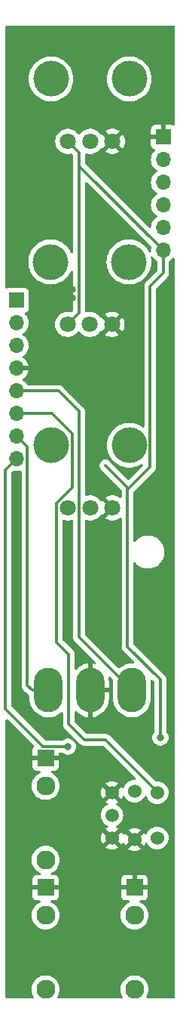
<source format=gbl>
G04 #@! TF.GenerationSoftware,KiCad,Pcbnew,7.0.7-7.0.7~ubuntu22.04.1*
G04 #@! TF.CreationDate,2023-10-11T21:50:25+02:00*
G04 #@! TF.ProjectId,RP2040-VCO,52503230-3430-42d5-9643-4f2e6b696361,rev?*
G04 #@! TF.SameCoordinates,Original*
G04 #@! TF.FileFunction,Copper,L2,Bot*
G04 #@! TF.FilePolarity,Positive*
%FSLAX46Y46*%
G04 Gerber Fmt 4.6, Leading zero omitted, Abs format (unit mm)*
G04 Created by KiCad (PCBNEW 7.0.7-7.0.7~ubuntu22.04.1) date 2023-10-11 21:50:25*
%MOMM*%
%LPD*%
G01*
G04 APERTURE LIST*
G04 #@! TA.AperFunction,ComponentPad*
%ADD10R,1.930000X1.830000*%
G04 #@! TD*
G04 #@! TA.AperFunction,ComponentPad*
%ADD11C,2.130000*%
G04 #@! TD*
G04 #@! TA.AperFunction,WasherPad*
%ADD12C,4.000000*%
G04 #@! TD*
G04 #@! TA.AperFunction,ComponentPad*
%ADD13C,1.800000*%
G04 #@! TD*
G04 #@! TA.AperFunction,WasherPad*
%ADD14C,1.500000*%
G04 #@! TD*
G04 #@! TA.AperFunction,ComponentPad*
%ADD15C,1.524000*%
G04 #@! TD*
G04 #@! TA.AperFunction,ComponentPad*
%ADD16O,3.200000X5.000000*%
G04 #@! TD*
G04 #@! TA.AperFunction,ComponentPad*
%ADD17R,1.700000X1.700000*%
G04 #@! TD*
G04 #@! TA.AperFunction,ComponentPad*
%ADD18O,1.700000X1.700000*%
G04 #@! TD*
G04 #@! TA.AperFunction,ViaPad*
%ADD19C,0.800000*%
G04 #@! TD*
G04 #@! TA.AperFunction,Conductor*
%ADD20C,0.300000*%
G04 #@! TD*
G04 APERTURE END LIST*
D10*
X89000000Y-133600000D03*
D11*
X89000000Y-145000000D03*
X89000000Y-136700000D03*
D10*
X79000000Y-133600000D03*
D11*
X79000000Y-145000000D03*
X79000000Y-136700000D03*
D10*
X79000000Y-119100000D03*
D11*
X79000000Y-130500000D03*
X79000000Y-122200000D03*
D12*
X79600000Y-43000000D03*
X88400000Y-43000000D03*
D13*
X81500000Y-50000000D03*
X84000000Y-50000000D03*
X86500000Y-50000000D03*
D14*
X86460000Y-125500000D03*
D15*
X86460000Y-128040000D03*
X86460000Y-122960000D03*
X91540000Y-128040000D03*
X91540000Y-122960000D03*
X89000000Y-122800000D03*
X89000000Y-128200000D03*
D16*
X88700000Y-111500000D03*
X84000000Y-111500000D03*
X79300000Y-111500000D03*
D12*
X79560000Y-63500000D03*
X88360000Y-63500000D03*
D13*
X81460000Y-70500000D03*
X83960000Y-70500000D03*
X86460000Y-70500000D03*
D12*
X79600000Y-84050000D03*
X88400000Y-84050000D03*
D13*
X81500000Y-91050000D03*
X84000000Y-91050000D03*
X86500000Y-91050000D03*
D17*
X92200000Y-49500000D03*
D18*
X92200000Y-52040000D03*
X92200000Y-54580000D03*
X92200000Y-57120000D03*
X92200000Y-59660000D03*
X92200000Y-62200000D03*
D17*
X75750000Y-67800000D03*
D18*
X75750000Y-70340000D03*
X75750000Y-72880000D03*
X75750000Y-75420000D03*
X75750000Y-77960000D03*
X75750000Y-80500000D03*
X75750000Y-83040000D03*
X75750000Y-85580000D03*
D19*
X82000000Y-66600000D03*
X82000000Y-67500000D03*
X81500000Y-117800000D03*
X91900000Y-116800000D03*
D20*
X78700000Y-117800000D02*
X74500000Y-113600000D01*
X81500000Y-117800000D02*
X78700000Y-117800000D01*
X74500000Y-86830000D02*
X75750000Y-85580000D01*
X74500000Y-113600000D02*
X74500000Y-86830000D01*
X81500000Y-50000000D02*
X82750000Y-51250000D01*
X88200000Y-88800000D02*
X88200000Y-89000000D01*
X92200000Y-62200000D02*
X92200000Y-64760000D01*
X82750000Y-52750000D02*
X92200000Y-62200000D01*
X82750000Y-69210000D02*
X81460000Y-70500000D01*
X88200000Y-89000000D02*
X88200000Y-106600000D01*
X85710489Y-86310489D02*
X88200000Y-88800000D01*
X90750000Y-86450000D02*
X90750000Y-66210000D01*
X88200000Y-89000000D02*
X90750000Y-86450000D01*
X90750000Y-66210000D02*
X92200000Y-64760000D01*
X91900000Y-110300000D02*
X91900000Y-116800000D01*
X82750000Y-51250000D02*
X82750000Y-69210000D01*
X82750000Y-51250000D02*
X82750000Y-52750000D01*
X88200000Y-106600000D02*
X91900000Y-110300000D01*
X82000000Y-82800000D02*
X82000000Y-88782924D01*
X80250489Y-90532435D02*
X80250489Y-106150489D01*
X75750000Y-80500000D02*
X79700000Y-80500000D01*
X79700000Y-80500000D02*
X82000000Y-82800000D01*
X83350489Y-117050489D02*
X85740489Y-117050489D01*
X82000000Y-88782924D02*
X80250489Y-90532435D01*
X91540000Y-122850000D02*
X91540000Y-122960000D01*
X81600000Y-115300000D02*
X83350489Y-117050489D01*
X85740489Y-117050489D02*
X91540000Y-122850000D01*
X80250489Y-106150489D02*
X81600000Y-107500000D01*
X81600000Y-107500000D02*
X81600000Y-115300000D01*
X82750489Y-80250489D02*
X80460000Y-77960000D01*
X82750489Y-105550489D02*
X82750489Y-80250489D01*
X80460000Y-77960000D02*
X75750000Y-77960000D01*
X88700000Y-111500000D02*
X82750489Y-105550489D01*
X77500000Y-111500000D02*
X79300000Y-111500000D01*
X76949511Y-84239511D02*
X76949511Y-99249511D01*
X76949511Y-99249511D02*
X76949511Y-110949511D01*
X76949511Y-110949511D02*
X77500000Y-111500000D01*
X75750000Y-83040000D02*
X76949511Y-84239511D01*
G04 #@! TA.AperFunction,Conductor*
G36*
X93464245Y-63029369D02*
G01*
X93497100Y-63092306D01*
X93499500Y-63116784D01*
X93499500Y-145873500D01*
X93479498Y-145941621D01*
X93425842Y-145988114D01*
X93373500Y-145999500D01*
X90457939Y-145999500D01*
X90389818Y-145979498D01*
X90343325Y-145925842D01*
X90333221Y-145855568D01*
X90350504Y-145807668D01*
X90406334Y-145716563D01*
X90501115Y-145487742D01*
X90558934Y-145246911D01*
X90578366Y-145000000D01*
X90558934Y-144753089D01*
X90501115Y-144512258D01*
X90406334Y-144283437D01*
X90276925Y-144072260D01*
X90276922Y-144072256D01*
X90116073Y-143883926D01*
X89927743Y-143723077D01*
X89927741Y-143723076D01*
X89927740Y-143723075D01*
X89716563Y-143593666D01*
X89487742Y-143498885D01*
X89246911Y-143441066D01*
X89246912Y-143441066D01*
X89000000Y-143421634D01*
X88753088Y-143441066D01*
X88512257Y-143498885D01*
X88283438Y-143593665D01*
X88072258Y-143723076D01*
X88072256Y-143723077D01*
X87883926Y-143883926D01*
X87723077Y-144072256D01*
X87723076Y-144072258D01*
X87593665Y-144283438D01*
X87498885Y-144512257D01*
X87498885Y-144512258D01*
X87441066Y-144753089D01*
X87421634Y-145000000D01*
X87441066Y-145246911D01*
X87498885Y-145487742D01*
X87593666Y-145716563D01*
X87649494Y-145807667D01*
X87668032Y-145876199D01*
X87646576Y-145943875D01*
X87591936Y-145989208D01*
X87542061Y-145999500D01*
X80457939Y-145999500D01*
X80389818Y-145979498D01*
X80343325Y-145925842D01*
X80333221Y-145855568D01*
X80350504Y-145807668D01*
X80406334Y-145716563D01*
X80501115Y-145487742D01*
X80558934Y-145246911D01*
X80578366Y-145000000D01*
X80558934Y-144753089D01*
X80501115Y-144512258D01*
X80406334Y-144283437D01*
X80276925Y-144072260D01*
X80276922Y-144072256D01*
X80116073Y-143883926D01*
X79927743Y-143723077D01*
X79927741Y-143723076D01*
X79927740Y-143723075D01*
X79716563Y-143593666D01*
X79487742Y-143498885D01*
X79246911Y-143441066D01*
X79246912Y-143441066D01*
X79123455Y-143431350D01*
X79000000Y-143421634D01*
X78999999Y-143421634D01*
X78753088Y-143441066D01*
X78512257Y-143498885D01*
X78283438Y-143593665D01*
X78072258Y-143723076D01*
X78072256Y-143723077D01*
X77883926Y-143883926D01*
X77723077Y-144072256D01*
X77723076Y-144072258D01*
X77593665Y-144283438D01*
X77498885Y-144512257D01*
X77498885Y-144512258D01*
X77441066Y-144753089D01*
X77421634Y-145000000D01*
X77441066Y-145246911D01*
X77498885Y-145487742D01*
X77593666Y-145716563D01*
X77649494Y-145807667D01*
X77668032Y-145876199D01*
X77646576Y-145943875D01*
X77591936Y-145989208D01*
X77542061Y-145999500D01*
X74626500Y-145999500D01*
X74558379Y-145979498D01*
X74511886Y-145925842D01*
X74500500Y-145873500D01*
X74500500Y-136699999D01*
X77421634Y-136699999D01*
X77441066Y-136946911D01*
X77498885Y-137187742D01*
X77593665Y-137416561D01*
X77723076Y-137627741D01*
X77723077Y-137627743D01*
X77883926Y-137816073D01*
X78072256Y-137976922D01*
X78072260Y-137976925D01*
X78283437Y-138106334D01*
X78512258Y-138201115D01*
X78753089Y-138258934D01*
X79000000Y-138278366D01*
X79246911Y-138258934D01*
X79487742Y-138201115D01*
X79716563Y-138106334D01*
X79927740Y-137976925D01*
X80116073Y-137816073D01*
X80276925Y-137627740D01*
X80406334Y-137416563D01*
X80501115Y-137187742D01*
X80558934Y-136946911D01*
X80578366Y-136700000D01*
X87421634Y-136700000D01*
X87441066Y-136946911D01*
X87498885Y-137187742D01*
X87593665Y-137416561D01*
X87723076Y-137627741D01*
X87723077Y-137627743D01*
X87883926Y-137816073D01*
X88072256Y-137976922D01*
X88072260Y-137976925D01*
X88283437Y-138106334D01*
X88512258Y-138201115D01*
X88753089Y-138258934D01*
X89000000Y-138278366D01*
X89246911Y-138258934D01*
X89487742Y-138201115D01*
X89716563Y-138106334D01*
X89927740Y-137976925D01*
X90116073Y-137816073D01*
X90276925Y-137627740D01*
X90406334Y-137416563D01*
X90501115Y-137187742D01*
X90558934Y-136946911D01*
X90578366Y-136700000D01*
X90558934Y-136453089D01*
X90501115Y-136212258D01*
X90406334Y-135983437D01*
X90276925Y-135772260D01*
X90276922Y-135772256D01*
X90116073Y-135583926D01*
X89927743Y-135423077D01*
X89927741Y-135423076D01*
X89927740Y-135423075D01*
X89716563Y-135293666D01*
X89648343Y-135265408D01*
X89593063Y-135220860D01*
X89570642Y-135153497D01*
X89588200Y-135084706D01*
X89640162Y-135036328D01*
X89696562Y-135023000D01*
X90013585Y-135023000D01*
X90013597Y-135022999D01*
X90074093Y-135016494D01*
X90210964Y-134965444D01*
X90210965Y-134965444D01*
X90327904Y-134877904D01*
X90415444Y-134760965D01*
X90415444Y-134760964D01*
X90466494Y-134624093D01*
X90472999Y-134563597D01*
X90473000Y-134563585D01*
X90473000Y-133854000D01*
X89724854Y-133854000D01*
X89656733Y-133833998D01*
X89610240Y-133780342D01*
X89600136Y-133710068D01*
X89601086Y-133704389D01*
X89613635Y-133638607D01*
X89608777Y-133561393D01*
X89603651Y-133479912D01*
X89619336Y-133410669D01*
X89669966Y-133360899D01*
X89729402Y-133346000D01*
X90473000Y-133346000D01*
X90473000Y-132636414D01*
X90472999Y-132636402D01*
X90466494Y-132575906D01*
X90415444Y-132439035D01*
X90415444Y-132439034D01*
X90327904Y-132322095D01*
X90210965Y-132234555D01*
X90074093Y-132183505D01*
X90013597Y-132177000D01*
X89254000Y-132177000D01*
X89254000Y-132872991D01*
X89233998Y-132941112D01*
X89180342Y-132987605D01*
X89110068Y-132997709D01*
X89096669Y-132995033D01*
X89077070Y-132990001D01*
X89077062Y-132990000D01*
X89077061Y-132990000D01*
X88961625Y-132990000D01*
X88961623Y-132990000D01*
X88887791Y-132999327D01*
X88817701Y-132988020D01*
X88764850Y-132940614D01*
X88746000Y-132874320D01*
X88746000Y-132177000D01*
X87986402Y-132177000D01*
X87925906Y-132183505D01*
X87789035Y-132234555D01*
X87789034Y-132234555D01*
X87672095Y-132322095D01*
X87584555Y-132439034D01*
X87584555Y-132439035D01*
X87533505Y-132575906D01*
X87527000Y-132636402D01*
X87527000Y-133346000D01*
X88275146Y-133346000D01*
X88343267Y-133366002D01*
X88389760Y-133419658D01*
X88399864Y-133489932D01*
X88398914Y-133495611D01*
X88386365Y-133561388D01*
X88386365Y-133561393D01*
X88396349Y-133720088D01*
X88380664Y-133789331D01*
X88330034Y-133839101D01*
X88270598Y-133854000D01*
X87527000Y-133854000D01*
X87527000Y-134563597D01*
X87533505Y-134624093D01*
X87584555Y-134760964D01*
X87584555Y-134760965D01*
X87672095Y-134877904D01*
X87789034Y-134965444D01*
X87925906Y-135016494D01*
X87986402Y-135022999D01*
X87986415Y-135023000D01*
X88303438Y-135023000D01*
X88371559Y-135043002D01*
X88418052Y-135096658D01*
X88428156Y-135166932D01*
X88398662Y-135231512D01*
X88351656Y-135265408D01*
X88328243Y-135275106D01*
X88283438Y-135293665D01*
X88072258Y-135423076D01*
X88072256Y-135423077D01*
X87883926Y-135583926D01*
X87723077Y-135772256D01*
X87723076Y-135772258D01*
X87593665Y-135983438D01*
X87498885Y-136212257D01*
X87441066Y-136453088D01*
X87421634Y-136700000D01*
X80578366Y-136700000D01*
X80558934Y-136453089D01*
X80501115Y-136212258D01*
X80406334Y-135983437D01*
X80276925Y-135772260D01*
X80276922Y-135772256D01*
X80116073Y-135583926D01*
X79927743Y-135423077D01*
X79927741Y-135423076D01*
X79927740Y-135423075D01*
X79716563Y-135293666D01*
X79648343Y-135265408D01*
X79593063Y-135220860D01*
X79570642Y-135153497D01*
X79588200Y-135084706D01*
X79640162Y-135036328D01*
X79696562Y-135023000D01*
X80013585Y-135023000D01*
X80013597Y-135022999D01*
X80074093Y-135016494D01*
X80210964Y-134965444D01*
X80210965Y-134965444D01*
X80327904Y-134877904D01*
X80415444Y-134760965D01*
X80415444Y-134760964D01*
X80466494Y-134624093D01*
X80472999Y-134563597D01*
X80473000Y-134563585D01*
X80473000Y-133854000D01*
X79724854Y-133854000D01*
X79656733Y-133833998D01*
X79610240Y-133780342D01*
X79600136Y-133710068D01*
X79601086Y-133704389D01*
X79613635Y-133638607D01*
X79608777Y-133561393D01*
X79603651Y-133479912D01*
X79619336Y-133410669D01*
X79669966Y-133360899D01*
X79729402Y-133346000D01*
X80473000Y-133346000D01*
X80473000Y-132636414D01*
X80472999Y-132636402D01*
X80466494Y-132575906D01*
X80415444Y-132439035D01*
X80415444Y-132439034D01*
X80327904Y-132322095D01*
X80210965Y-132234555D01*
X80074093Y-132183505D01*
X80013597Y-132177000D01*
X79696562Y-132177000D01*
X79628441Y-132156998D01*
X79581948Y-132103342D01*
X79571844Y-132033068D01*
X79601338Y-131968488D01*
X79648343Y-131934591D01*
X79716563Y-131906334D01*
X79927740Y-131776925D01*
X80116073Y-131616073D01*
X80276925Y-131427740D01*
X80406334Y-131216563D01*
X80501115Y-130987742D01*
X80558934Y-130746911D01*
X80578366Y-130500000D01*
X80558934Y-130253089D01*
X80501115Y-130012258D01*
X80406334Y-129783437D01*
X80276925Y-129572260D01*
X80193729Y-129474850D01*
X80116073Y-129383926D01*
X79927743Y-129223077D01*
X79927741Y-129223076D01*
X79927740Y-129223075D01*
X79716563Y-129093666D01*
X79487742Y-128998885D01*
X79246911Y-128941066D01*
X79246912Y-128941066D01*
X79123455Y-128931350D01*
X79000000Y-128921634D01*
X78999999Y-128921634D01*
X78753088Y-128941066D01*
X78512257Y-128998885D01*
X78283438Y-129093665D01*
X78072258Y-129223076D01*
X78072256Y-129223077D01*
X77883926Y-129383926D01*
X77723077Y-129572256D01*
X77723076Y-129572258D01*
X77593665Y-129783438D01*
X77498885Y-130012257D01*
X77441066Y-130253088D01*
X77421634Y-130500000D01*
X77441066Y-130746911D01*
X77498885Y-130987742D01*
X77593665Y-131216561D01*
X77723076Y-131427741D01*
X77723077Y-131427743D01*
X77883926Y-131616073D01*
X78072256Y-131776922D01*
X78072260Y-131776925D01*
X78283437Y-131906334D01*
X78351656Y-131934591D01*
X78406937Y-131979140D01*
X78429358Y-132046503D01*
X78411800Y-132115294D01*
X78359838Y-132163672D01*
X78303438Y-132177000D01*
X77986402Y-132177000D01*
X77925906Y-132183505D01*
X77789035Y-132234555D01*
X77789034Y-132234555D01*
X77672095Y-132322095D01*
X77584555Y-132439034D01*
X77584555Y-132439035D01*
X77533505Y-132575906D01*
X77527000Y-132636402D01*
X77527000Y-133346000D01*
X78275146Y-133346000D01*
X78343267Y-133366002D01*
X78389760Y-133419658D01*
X78399864Y-133489932D01*
X78398914Y-133495611D01*
X78386365Y-133561388D01*
X78386365Y-133561393D01*
X78396349Y-133720088D01*
X78380664Y-133789331D01*
X78330034Y-133839101D01*
X78270598Y-133854000D01*
X77527000Y-133854000D01*
X77527000Y-134563597D01*
X77533505Y-134624093D01*
X77584555Y-134760964D01*
X77584555Y-134760965D01*
X77672095Y-134877904D01*
X77789034Y-134965444D01*
X77925906Y-135016494D01*
X77986402Y-135022999D01*
X77986415Y-135023000D01*
X78303438Y-135023000D01*
X78371559Y-135043002D01*
X78418052Y-135096658D01*
X78428156Y-135166932D01*
X78398662Y-135231512D01*
X78351656Y-135265408D01*
X78328243Y-135275106D01*
X78283438Y-135293665D01*
X78072258Y-135423076D01*
X78072256Y-135423077D01*
X77883926Y-135583926D01*
X77723077Y-135772256D01*
X77723076Y-135772258D01*
X77593665Y-135983438D01*
X77498885Y-136212257D01*
X77441066Y-136453088D01*
X77421634Y-136699999D01*
X74500500Y-136699999D01*
X74500500Y-114835949D01*
X74520502Y-114767828D01*
X74574158Y-114721335D01*
X74644432Y-114711231D01*
X74709012Y-114740725D01*
X74715594Y-114746853D01*
X77645729Y-117676988D01*
X77679754Y-117739299D01*
X77674689Y-117810114D01*
X77657501Y-117841591D01*
X77584556Y-117939034D01*
X77584555Y-117939035D01*
X77533505Y-118075906D01*
X77527000Y-118136402D01*
X77527000Y-118846000D01*
X78275146Y-118846000D01*
X78343267Y-118866002D01*
X78389760Y-118919658D01*
X78399864Y-118989932D01*
X78398914Y-118995611D01*
X78386365Y-119061388D01*
X78386365Y-119061393D01*
X78396349Y-119220088D01*
X78380664Y-119289331D01*
X78330034Y-119339101D01*
X78270598Y-119354000D01*
X77527000Y-119354000D01*
X77527000Y-120063597D01*
X77533505Y-120124093D01*
X77584555Y-120260964D01*
X77584555Y-120260965D01*
X77672095Y-120377904D01*
X77789034Y-120465444D01*
X77925906Y-120516494D01*
X77986402Y-120522999D01*
X77986415Y-120523000D01*
X78303438Y-120523000D01*
X78371559Y-120543002D01*
X78418052Y-120596658D01*
X78428156Y-120666932D01*
X78398662Y-120731512D01*
X78351656Y-120765408D01*
X78328243Y-120775106D01*
X78283438Y-120793665D01*
X78072258Y-120923076D01*
X78072256Y-120923077D01*
X77883926Y-121083926D01*
X77723077Y-121272256D01*
X77723076Y-121272258D01*
X77593665Y-121483438D01*
X77498885Y-121712257D01*
X77441066Y-121953088D01*
X77421634Y-122199999D01*
X77441066Y-122446911D01*
X77498885Y-122687742D01*
X77593665Y-122916561D01*
X77723076Y-123127741D01*
X77723077Y-123127743D01*
X77883926Y-123316073D01*
X78052443Y-123460000D01*
X78072260Y-123476925D01*
X78283437Y-123606334D01*
X78512258Y-123701115D01*
X78753089Y-123758934D01*
X79000000Y-123778366D01*
X79246911Y-123758934D01*
X79487742Y-123701115D01*
X79716563Y-123606334D01*
X79927740Y-123476925D01*
X80116073Y-123316073D01*
X80276925Y-123127740D01*
X80406334Y-122916563D01*
X80501115Y-122687742D01*
X80558934Y-122446911D01*
X80578366Y-122200000D01*
X80558934Y-121953089D01*
X80501115Y-121712258D01*
X80406334Y-121483437D01*
X80276925Y-121272260D01*
X80276922Y-121272256D01*
X80116073Y-121083926D01*
X79927743Y-120923077D01*
X79927741Y-120923076D01*
X79927740Y-120923075D01*
X79716563Y-120793666D01*
X79648343Y-120765408D01*
X79593063Y-120720860D01*
X79570642Y-120653497D01*
X79588200Y-120584706D01*
X79640162Y-120536328D01*
X79696562Y-120523000D01*
X80013585Y-120523000D01*
X80013597Y-120522999D01*
X80074093Y-120516494D01*
X80210964Y-120465444D01*
X80210965Y-120465444D01*
X80327904Y-120377904D01*
X80415444Y-120260965D01*
X80415444Y-120260964D01*
X80466494Y-120124093D01*
X80472999Y-120063597D01*
X80473000Y-120063585D01*
X80473000Y-119354000D01*
X79724854Y-119354000D01*
X79656733Y-119333998D01*
X79610240Y-119280342D01*
X79600136Y-119210068D01*
X79601086Y-119204389D01*
X79613635Y-119138607D01*
X79608777Y-119061393D01*
X79603651Y-118979912D01*
X79619336Y-118910669D01*
X79669966Y-118860899D01*
X79729402Y-118846000D01*
X80473000Y-118846000D01*
X80473000Y-118584500D01*
X80493002Y-118516379D01*
X80546658Y-118469886D01*
X80599000Y-118458500D01*
X80819776Y-118458500D01*
X80887897Y-118478502D01*
X80893834Y-118482562D01*
X81043248Y-118591118D01*
X81217712Y-118668794D01*
X81404513Y-118708500D01*
X81595487Y-118708500D01*
X81782288Y-118668794D01*
X81956752Y-118591118D01*
X82111253Y-118478866D01*
X82129591Y-118458500D01*
X82239034Y-118336951D01*
X82239035Y-118336949D01*
X82239040Y-118336944D01*
X82334527Y-118171556D01*
X82393542Y-117989928D01*
X82413504Y-117800000D01*
X82393542Y-117610072D01*
X82334527Y-117428444D01*
X82239040Y-117263056D01*
X82239038Y-117263054D01*
X82239034Y-117263048D01*
X82111255Y-117121135D01*
X81956752Y-117008882D01*
X81782288Y-116931206D01*
X81595487Y-116891500D01*
X81404513Y-116891500D01*
X81217711Y-116931206D01*
X81043247Y-117008882D01*
X80893837Y-117117436D01*
X80826969Y-117141294D01*
X80819776Y-117141500D01*
X79024950Y-117141500D01*
X78956829Y-117121498D01*
X78935855Y-117104595D01*
X75195405Y-113364145D01*
X75161379Y-113301833D01*
X75158500Y-113275050D01*
X75158500Y-87154950D01*
X75178502Y-87086829D01*
X75195400Y-87065859D01*
X75321899Y-86939359D01*
X75384209Y-86905336D01*
X75431725Y-86904174D01*
X75637431Y-86938500D01*
X75637436Y-86938500D01*
X75862565Y-86938500D01*
X75862569Y-86938500D01*
X76084635Y-86901444D01*
X76124099Y-86887895D01*
X76195021Y-86884694D01*
X76256418Y-86920345D01*
X76288793Y-86983530D01*
X76291011Y-87007068D01*
X76291011Y-110862900D01*
X76289219Y-110879131D01*
X76289469Y-110879155D01*
X76288722Y-110887047D01*
X76291011Y-110959852D01*
X76291011Y-110990941D01*
X76291938Y-110998287D01*
X76292404Y-111004201D01*
X76293948Y-111053340D01*
X76293949Y-111053343D01*
X76299932Y-111073940D01*
X76303939Y-111093291D01*
X76306628Y-111114571D01*
X76306628Y-111114573D01*
X76324727Y-111160289D01*
X76326650Y-111165905D01*
X76340364Y-111213108D01*
X76340364Y-111213109D01*
X76351282Y-111231569D01*
X76359979Y-111249322D01*
X76367875Y-111269266D01*
X76367878Y-111269271D01*
X76385863Y-111294024D01*
X76396776Y-111309043D01*
X76400032Y-111314001D01*
X76425058Y-111356318D01*
X76440225Y-111371485D01*
X76453063Y-111386516D01*
X76465669Y-111403867D01*
X76503550Y-111435205D01*
X76507931Y-111439191D01*
X76749082Y-111680342D01*
X76973125Y-111904385D01*
X76983338Y-111917131D01*
X76983531Y-111916972D01*
X76988583Y-111923079D01*
X76988584Y-111923080D01*
X77041685Y-111972945D01*
X77063667Y-111994927D01*
X77063675Y-111994933D01*
X77069517Y-111999465D01*
X77074033Y-112003322D01*
X77109867Y-112036972D01*
X77126202Y-112045952D01*
X77176260Y-112096297D01*
X77191500Y-112156366D01*
X77191500Y-112472027D01*
X77206256Y-112687764D01*
X77206257Y-112687770D01*
X77206258Y-112687778D01*
X77238443Y-112842661D01*
X77264943Y-112970189D01*
X77264945Y-112970196D01*
X77361541Y-113241992D01*
X77494247Y-113498103D01*
X77660591Y-113733758D01*
X77857474Y-113944568D01*
X77857483Y-113944575D01*
X77857487Y-113944579D01*
X78081220Y-114126600D01*
X78081222Y-114126601D01*
X78081228Y-114126606D01*
X78327686Y-114276481D01*
X78592256Y-114391400D01*
X78870011Y-114469223D01*
X79155761Y-114508499D01*
X79155775Y-114508500D01*
X79444225Y-114508500D01*
X79444238Y-114508499D01*
X79656000Y-114479392D01*
X79729989Y-114469223D01*
X80007744Y-114391400D01*
X80272314Y-114276481D01*
X80518772Y-114126606D01*
X80735983Y-113949890D01*
X80801448Y-113922416D01*
X80871374Y-113934696D01*
X80923561Y-113982832D01*
X80941500Y-114047630D01*
X80941500Y-115213389D01*
X80939708Y-115229620D01*
X80939958Y-115229644D01*
X80939211Y-115237536D01*
X80941500Y-115310341D01*
X80941500Y-115341430D01*
X80942427Y-115348776D01*
X80942893Y-115354690D01*
X80944437Y-115403829D01*
X80944438Y-115403832D01*
X80950421Y-115424429D01*
X80954428Y-115443780D01*
X80957117Y-115465060D01*
X80957117Y-115465062D01*
X80975216Y-115510778D01*
X80977139Y-115516394D01*
X80990853Y-115563597D01*
X80990853Y-115563598D01*
X81001771Y-115582058D01*
X81010468Y-115599811D01*
X81018364Y-115619755D01*
X81018367Y-115619760D01*
X81036352Y-115644513D01*
X81047265Y-115659532D01*
X81050521Y-115664490D01*
X81075547Y-115706807D01*
X81090714Y-115721974D01*
X81103552Y-115737005D01*
X81116158Y-115754356D01*
X81154040Y-115785695D01*
X81158421Y-115789681D01*
X81996149Y-116627409D01*
X82823616Y-117454876D01*
X82833830Y-117467624D01*
X82834023Y-117467465D01*
X82839072Y-117473568D01*
X82892190Y-117523449D01*
X82914147Y-117545407D01*
X82914151Y-117545410D01*
X82914156Y-117545415D01*
X82920012Y-117549957D01*
X82924509Y-117553799D01*
X82960356Y-117587461D01*
X82979149Y-117597792D01*
X82995673Y-117608647D01*
X83012621Y-117621794D01*
X83057744Y-117641320D01*
X83063078Y-117643933D01*
X83106146Y-117667610D01*
X83106148Y-117667611D01*
X83106152Y-117667613D01*
X83126929Y-117672947D01*
X83145621Y-117679346D01*
X83165312Y-117687868D01*
X83213891Y-117695561D01*
X83219660Y-117696756D01*
X83267301Y-117708989D01*
X83288747Y-117708989D01*
X83308457Y-117710539D01*
X83329640Y-117713895D01*
X83365133Y-117710540D01*
X83378583Y-117709269D01*
X83384515Y-117708989D01*
X85415539Y-117708989D01*
X85483660Y-117728991D01*
X85504634Y-117745894D01*
X89069523Y-121310783D01*
X89103549Y-121373095D01*
X89098484Y-121443910D01*
X89055937Y-121500746D01*
X88991410Y-121525398D01*
X88778537Y-121544022D01*
X88667483Y-121573779D01*
X88563806Y-121601559D01*
X88563801Y-121601561D01*
X88362323Y-121695512D01*
X88180222Y-121823020D01*
X88180216Y-121823025D01*
X88023025Y-121980216D01*
X88023020Y-121980222D01*
X87895512Y-122162323D01*
X87806614Y-122352965D01*
X87759696Y-122406250D01*
X87691419Y-122425711D01*
X87623459Y-122405169D01*
X87578224Y-122352965D01*
X87564051Y-122322571D01*
X87519815Y-122259395D01*
X87519813Y-122259395D01*
X87072916Y-122706292D01*
X87010604Y-122740317D01*
X86939788Y-122735252D01*
X86882953Y-122692705D01*
X86877836Y-122685336D01*
X86841761Y-122629202D01*
X86733100Y-122535048D01*
X86733098Y-122535047D01*
X86726289Y-122529147D01*
X86728312Y-122526811D01*
X86691912Y-122484809D01*
X86681802Y-122414536D01*
X86711290Y-122349952D01*
X86717426Y-122343361D01*
X87160603Y-121900185D01*
X87160603Y-121900184D01*
X87097425Y-121855946D01*
X86896027Y-121762033D01*
X86896023Y-121762031D01*
X86681374Y-121704517D01*
X86459999Y-121685149D01*
X86238625Y-121704517D01*
X86023976Y-121762031D01*
X86023972Y-121762033D01*
X85822575Y-121855946D01*
X85759395Y-121900184D01*
X86202572Y-122343361D01*
X86236597Y-122405674D01*
X86231533Y-122476489D01*
X86192854Y-122528157D01*
X86193711Y-122529147D01*
X86189164Y-122533086D01*
X86188986Y-122533325D01*
X86188498Y-122533663D01*
X86078238Y-122629202D01*
X86042175Y-122685318D01*
X85988519Y-122731811D01*
X85918245Y-122741914D01*
X85853664Y-122712421D01*
X85847081Y-122706292D01*
X85400184Y-122259395D01*
X85355946Y-122322575D01*
X85262033Y-122523972D01*
X85262031Y-122523976D01*
X85204517Y-122738625D01*
X85185149Y-122959999D01*
X85204517Y-123181374D01*
X85262031Y-123396023D01*
X85262033Y-123396027D01*
X85355946Y-123597425D01*
X85400184Y-123660603D01*
X85400185Y-123660603D01*
X85847081Y-123213706D01*
X85909394Y-123179681D01*
X85980209Y-123184745D01*
X86037045Y-123227292D01*
X86042162Y-123234661D01*
X86078239Y-123290798D01*
X86186900Y-123384952D01*
X86186901Y-123384952D01*
X86193711Y-123390853D01*
X86191686Y-123393189D01*
X86228084Y-123435187D01*
X86238195Y-123505460D01*
X86208709Y-123570043D01*
X86202572Y-123576636D01*
X85759395Y-124019813D01*
X85759395Y-124019814D01*
X85822575Y-124064053D01*
X85822574Y-124064053D01*
X85947162Y-124122149D01*
X86000447Y-124169066D01*
X86019908Y-124237343D01*
X85999366Y-124305303D01*
X85947162Y-124350539D01*
X85828346Y-124405944D01*
X85647965Y-124532248D01*
X85647959Y-124532253D01*
X85492253Y-124687959D01*
X85492248Y-124687965D01*
X85365944Y-124868346D01*
X85272881Y-125067920D01*
X85272880Y-125067924D01*
X85215885Y-125280629D01*
X85196693Y-125500000D01*
X85215885Y-125719371D01*
X85272880Y-125932076D01*
X85365944Y-126131654D01*
X85492250Y-126312037D01*
X85492251Y-126312038D01*
X85492254Y-126312042D01*
X85647957Y-126467745D01*
X85647961Y-126467748D01*
X85647962Y-126467749D01*
X85828346Y-126594056D01*
X85828351Y-126594058D01*
X85828351Y-126594059D01*
X85947161Y-126649460D01*
X86000447Y-126696377D01*
X86019908Y-126764654D01*
X85999367Y-126832614D01*
X85947163Y-126877849D01*
X85822577Y-126935945D01*
X85759395Y-126980184D01*
X86202572Y-127423361D01*
X86236597Y-127485674D01*
X86231533Y-127556489D01*
X86192854Y-127608157D01*
X86193711Y-127609147D01*
X86189164Y-127613086D01*
X86188986Y-127613325D01*
X86188498Y-127613663D01*
X86078238Y-127709202D01*
X86042175Y-127765318D01*
X85988519Y-127811811D01*
X85918245Y-127821914D01*
X85853664Y-127792421D01*
X85847081Y-127786292D01*
X85400184Y-127339395D01*
X85355946Y-127402575D01*
X85262033Y-127603972D01*
X85262031Y-127603976D01*
X85204517Y-127818625D01*
X85185149Y-128040000D01*
X85204517Y-128261374D01*
X85262031Y-128476023D01*
X85262033Y-128476027D01*
X85355946Y-128677425D01*
X85400184Y-128740603D01*
X85400185Y-128740603D01*
X85847081Y-128293706D01*
X85909394Y-128259681D01*
X85980209Y-128264745D01*
X86037045Y-128307292D01*
X86042162Y-128314661D01*
X86078239Y-128370798D01*
X86186900Y-128464952D01*
X86186901Y-128464952D01*
X86193711Y-128470853D01*
X86191686Y-128473189D01*
X86228084Y-128515187D01*
X86238195Y-128585460D01*
X86208709Y-128650043D01*
X86202572Y-128656636D01*
X85759395Y-129099813D01*
X85759395Y-129099814D01*
X85822575Y-129144053D01*
X85822574Y-129144053D01*
X86023972Y-129237966D01*
X86023976Y-129237968D01*
X86238625Y-129295482D01*
X86459999Y-129314850D01*
X86681374Y-129295482D01*
X86896023Y-129237968D01*
X86896027Y-129237966D01*
X87097425Y-129144053D01*
X87097426Y-129144052D01*
X87160603Y-129099814D01*
X87160603Y-129099813D01*
X86717427Y-128656638D01*
X86683402Y-128594325D01*
X86688466Y-128523510D01*
X86727145Y-128471840D01*
X86726289Y-128470853D01*
X86730830Y-128466917D01*
X86731013Y-128466674D01*
X86731510Y-128466328D01*
X86733095Y-128464953D01*
X86733100Y-128464952D01*
X86841761Y-128370798D01*
X86877824Y-128314681D01*
X86931478Y-128268189D01*
X87001752Y-128258084D01*
X87066333Y-128287576D01*
X87072918Y-128293707D01*
X87519813Y-128740603D01*
X87519814Y-128740603D01*
X87564052Y-128677426D01*
X87578499Y-128646445D01*
X87625416Y-128593159D01*
X87693693Y-128573697D01*
X87761653Y-128594238D01*
X87806890Y-128646443D01*
X87895946Y-128837425D01*
X87940184Y-128900603D01*
X87940185Y-128900603D01*
X88387081Y-128453706D01*
X88449394Y-128419681D01*
X88520209Y-128424745D01*
X88577045Y-128467292D01*
X88582162Y-128474661D01*
X88618239Y-128530798D01*
X88726900Y-128624952D01*
X88726901Y-128624952D01*
X88733711Y-128630853D01*
X88731686Y-128633189D01*
X88768084Y-128675187D01*
X88778195Y-128745460D01*
X88748709Y-128810043D01*
X88742572Y-128816636D01*
X88299395Y-129259813D01*
X88299395Y-129259814D01*
X88362575Y-129304053D01*
X88362574Y-129304053D01*
X88563972Y-129397966D01*
X88563976Y-129397968D01*
X88778625Y-129455482D01*
X89000000Y-129474850D01*
X89221374Y-129455482D01*
X89436023Y-129397968D01*
X89436027Y-129397966D01*
X89637425Y-129304053D01*
X89637426Y-129304052D01*
X89700603Y-129259814D01*
X89700603Y-129259813D01*
X89257427Y-128816638D01*
X89223402Y-128754325D01*
X89228466Y-128683510D01*
X89267145Y-128631840D01*
X89266289Y-128630853D01*
X89270830Y-128626917D01*
X89271013Y-128626674D01*
X89271510Y-128626328D01*
X89273095Y-128624953D01*
X89273100Y-128624952D01*
X89381761Y-128530798D01*
X89417824Y-128474681D01*
X89471478Y-128428189D01*
X89541752Y-128418084D01*
X89606333Y-128447576D01*
X89612918Y-128453707D01*
X90059813Y-128900603D01*
X90059814Y-128900603D01*
X90104052Y-128837426D01*
X90104053Y-128837425D01*
X90192833Y-128647035D01*
X90239750Y-128593750D01*
X90308027Y-128574289D01*
X90375987Y-128594831D01*
X90421222Y-128647034D01*
X90435508Y-128677669D01*
X90435512Y-128677677D01*
X90563016Y-128859772D01*
X90563020Y-128859777D01*
X90563023Y-128859781D01*
X90720219Y-129016977D01*
X90720223Y-129016980D01*
X90720227Y-129016983D01*
X90824124Y-129089732D01*
X90902323Y-129144488D01*
X91103804Y-129238440D01*
X91318537Y-129295978D01*
X91540000Y-129315353D01*
X91761463Y-129295978D01*
X91976196Y-129238440D01*
X92177677Y-129144488D01*
X92359781Y-129016977D01*
X92516977Y-128859781D01*
X92644488Y-128677677D01*
X92738440Y-128476196D01*
X92795978Y-128261463D01*
X92815353Y-128040000D01*
X92795978Y-127818537D01*
X92738440Y-127603804D01*
X92644488Y-127402324D01*
X92516977Y-127220219D01*
X92359781Y-127063023D01*
X92359777Y-127063020D01*
X92359772Y-127063016D01*
X92177677Y-126935512D01*
X92177675Y-126935511D01*
X91976199Y-126841561D01*
X91976193Y-126841559D01*
X91934073Y-126830273D01*
X91761463Y-126784022D01*
X91540000Y-126764647D01*
X91318537Y-126784022D01*
X91203462Y-126814856D01*
X91103806Y-126841559D01*
X91103801Y-126841561D01*
X90902323Y-126935512D01*
X90720222Y-127063020D01*
X90720216Y-127063025D01*
X90563025Y-127220216D01*
X90563020Y-127220222D01*
X90435512Y-127402323D01*
X90346614Y-127592965D01*
X90299696Y-127646250D01*
X90231419Y-127665711D01*
X90163459Y-127645169D01*
X90118224Y-127592965D01*
X90104051Y-127562571D01*
X90059815Y-127499395D01*
X90059813Y-127499395D01*
X89612916Y-127946292D01*
X89550604Y-127980317D01*
X89479788Y-127975252D01*
X89422953Y-127932705D01*
X89417836Y-127925336D01*
X89381761Y-127869202D01*
X89273100Y-127775048D01*
X89273098Y-127775047D01*
X89266289Y-127769147D01*
X89268312Y-127766811D01*
X89231912Y-127724809D01*
X89221802Y-127654536D01*
X89251290Y-127589952D01*
X89257426Y-127583361D01*
X89700603Y-127140185D01*
X89700603Y-127140184D01*
X89637425Y-127095946D01*
X89436027Y-127002033D01*
X89436023Y-127002031D01*
X89221374Y-126944517D01*
X88999999Y-126925149D01*
X88778625Y-126944517D01*
X88563976Y-127002031D01*
X88563972Y-127002033D01*
X88362575Y-127095946D01*
X88299395Y-127140184D01*
X88742572Y-127583361D01*
X88776597Y-127645674D01*
X88771533Y-127716489D01*
X88732854Y-127768157D01*
X88733711Y-127769147D01*
X88729164Y-127773086D01*
X88728986Y-127773325D01*
X88728498Y-127773663D01*
X88618238Y-127869202D01*
X88582175Y-127925318D01*
X88528519Y-127971811D01*
X88458245Y-127981914D01*
X88393664Y-127952421D01*
X88387081Y-127946292D01*
X87940184Y-127499395D01*
X87895944Y-127562578D01*
X87895944Y-127562579D01*
X87881497Y-127593559D01*
X87834578Y-127646843D01*
X87766301Y-127666302D01*
X87698341Y-127645758D01*
X87653109Y-127593556D01*
X87564051Y-127402571D01*
X87519815Y-127339395D01*
X87519813Y-127339395D01*
X87072916Y-127786292D01*
X87010604Y-127820317D01*
X86939788Y-127815252D01*
X86882953Y-127772705D01*
X86877836Y-127765336D01*
X86841761Y-127709202D01*
X86733100Y-127615048D01*
X86733098Y-127615047D01*
X86726289Y-127609147D01*
X86728312Y-127606811D01*
X86691912Y-127564809D01*
X86681802Y-127494536D01*
X86711290Y-127429952D01*
X86717426Y-127423361D01*
X87160603Y-126980185D01*
X87160603Y-126980184D01*
X87097425Y-126935946D01*
X86972837Y-126877850D01*
X86919552Y-126830933D01*
X86900091Y-126762655D01*
X86920633Y-126694695D01*
X86972837Y-126649460D01*
X87091654Y-126594056D01*
X87272038Y-126467749D01*
X87427749Y-126312038D01*
X87554056Y-126131654D01*
X87647120Y-125932076D01*
X87704115Y-125719371D01*
X87723307Y-125500000D01*
X87704115Y-125280629D01*
X87647120Y-125067924D01*
X87554056Y-124868347D01*
X87427749Y-124687962D01*
X87272038Y-124532251D01*
X87091654Y-124405944D01*
X86972837Y-124350539D01*
X86919552Y-124303622D01*
X86900091Y-124235345D01*
X86920633Y-124167385D01*
X86972838Y-124122149D01*
X87097421Y-124064055D01*
X87097426Y-124064052D01*
X87160603Y-124019814D01*
X87160603Y-124019813D01*
X86717427Y-123576638D01*
X86683402Y-123514325D01*
X86688466Y-123443510D01*
X86727145Y-123391840D01*
X86726289Y-123390853D01*
X86730830Y-123386917D01*
X86731013Y-123386674D01*
X86731510Y-123386328D01*
X86733095Y-123384953D01*
X86733100Y-123384952D01*
X86841761Y-123290798D01*
X86877824Y-123234681D01*
X86931478Y-123188189D01*
X87001752Y-123178084D01*
X87066333Y-123207576D01*
X87072918Y-123213707D01*
X87519813Y-123660603D01*
X87519814Y-123660603D01*
X87564052Y-123597426D01*
X87564053Y-123597425D01*
X87652833Y-123407035D01*
X87699750Y-123353750D01*
X87768027Y-123334289D01*
X87835987Y-123354831D01*
X87881222Y-123407034D01*
X87895508Y-123437669D01*
X87895512Y-123437677D01*
X88023016Y-123619772D01*
X88023020Y-123619777D01*
X88023023Y-123619781D01*
X88180219Y-123776977D01*
X88180223Y-123776980D01*
X88180227Y-123776983D01*
X88184226Y-123779783D01*
X88362323Y-123904488D01*
X88563804Y-123998440D01*
X88778537Y-124055978D01*
X89000000Y-124075353D01*
X89221463Y-124055978D01*
X89436196Y-123998440D01*
X89637677Y-123904488D01*
X89819781Y-123776977D01*
X89976977Y-123619781D01*
X90104488Y-123437677D01*
X90118499Y-123407629D01*
X90165416Y-123354343D01*
X90233693Y-123334881D01*
X90301653Y-123355422D01*
X90346890Y-123407627D01*
X90435511Y-123597675D01*
X90435512Y-123597677D01*
X90563016Y-123779772D01*
X90563020Y-123779777D01*
X90563023Y-123779781D01*
X90720219Y-123936977D01*
X90720223Y-123936980D01*
X90720227Y-123936983D01*
X90807994Y-123998438D01*
X90902323Y-124064488D01*
X91103804Y-124158440D01*
X91318537Y-124215978D01*
X91540000Y-124235353D01*
X91761463Y-124215978D01*
X91976196Y-124158440D01*
X92177677Y-124064488D01*
X92359781Y-123936977D01*
X92516977Y-123779781D01*
X92644488Y-123597677D01*
X92738440Y-123396196D01*
X92795978Y-123181463D01*
X92815353Y-122960000D01*
X92795978Y-122738537D01*
X92738440Y-122523804D01*
X92644488Y-122322324D01*
X92516977Y-122140219D01*
X92359781Y-121983023D01*
X92359777Y-121983020D01*
X92359772Y-121983016D01*
X92177677Y-121855512D01*
X92177675Y-121855511D01*
X91976199Y-121761561D01*
X91976193Y-121761559D01*
X91934073Y-121750273D01*
X91761463Y-121704022D01*
X91540000Y-121684647D01*
X91539999Y-121684647D01*
X91383267Y-121698358D01*
X91313663Y-121684368D01*
X91283192Y-121661932D01*
X86267364Y-116646104D01*
X86257153Y-116633358D01*
X86256960Y-116633519D01*
X86251906Y-116627410D01*
X86198803Y-116577543D01*
X86176832Y-116555571D01*
X86176814Y-116555555D01*
X86170971Y-116551023D01*
X86166456Y-116547167D01*
X86163828Y-116544699D01*
X86130622Y-116513517D01*
X86130619Y-116513515D01*
X86130614Y-116513512D01*
X86111827Y-116503183D01*
X86095307Y-116492332D01*
X86078356Y-116479184D01*
X86033228Y-116459655D01*
X86027910Y-116457050D01*
X86000724Y-116442105D01*
X85984827Y-116433365D01*
X85984824Y-116433364D01*
X85964057Y-116428032D01*
X85945354Y-116421629D01*
X85935192Y-116417232D01*
X85925665Y-116413109D01*
X85925663Y-116413108D01*
X85925664Y-116413108D01*
X85877108Y-116405418D01*
X85871293Y-116404214D01*
X85823677Y-116391989D01*
X85802230Y-116391989D01*
X85782521Y-116390438D01*
X85761337Y-116387083D01*
X85761336Y-116387083D01*
X85712395Y-116391709D01*
X85706462Y-116391989D01*
X83675438Y-116391989D01*
X83607317Y-116371987D01*
X83586343Y-116355084D01*
X82295405Y-115064145D01*
X82261379Y-115001833D01*
X82258500Y-114975050D01*
X82258500Y-113943227D01*
X82278502Y-113875106D01*
X82332158Y-113828613D01*
X82402432Y-113818509D01*
X82467012Y-113848003D01*
X82476585Y-113857225D01*
X82557813Y-113944199D01*
X82557821Y-113944206D01*
X82781509Y-114126191D01*
X83027922Y-114276038D01*
X83292422Y-114390926D01*
X83570111Y-114468731D01*
X83570120Y-114468733D01*
X83745998Y-114492907D01*
X83746000Y-114492906D01*
X83746000Y-112764843D01*
X83766002Y-112696722D01*
X83819658Y-112650229D01*
X83889932Y-112640125D01*
X83907485Y-112643943D01*
X83928111Y-112650000D01*
X83928113Y-112650000D01*
X84071887Y-112650000D01*
X84071889Y-112650000D01*
X84092503Y-112643946D01*
X84163496Y-112643946D01*
X84223223Y-112682329D01*
X84252717Y-112746909D01*
X84254000Y-112764843D01*
X84254000Y-114492906D01*
X84254001Y-114492907D01*
X84429879Y-114468733D01*
X84429888Y-114468731D01*
X84707577Y-114390926D01*
X84972077Y-114276038D01*
X85218490Y-114126191D01*
X85442178Y-113944206D01*
X85442186Y-113944199D01*
X85639023Y-113733438D01*
X85805319Y-113497849D01*
X85805327Y-113497836D01*
X85937997Y-113241798D01*
X86034572Y-112970062D01*
X86034574Y-112970054D01*
X86093246Y-112687702D01*
X86093247Y-112687696D01*
X86108000Y-112472014D01*
X86108000Y-111754000D01*
X84626000Y-111754000D01*
X84557879Y-111733998D01*
X84511386Y-111680342D01*
X84500000Y-111628000D01*
X84500000Y-111372000D01*
X84520002Y-111303879D01*
X84573658Y-111257386D01*
X84626000Y-111246000D01*
X86108000Y-111246000D01*
X86108000Y-110527986D01*
X86093247Y-110312303D01*
X86093246Y-110312297D01*
X86051120Y-110109570D01*
X86056845Y-110038805D01*
X86099919Y-109982368D01*
X86166667Y-109958178D01*
X86235898Y-109973915D01*
X86263580Y-109994840D01*
X86564116Y-110295376D01*
X86598142Y-110357688D01*
X86600727Y-110393069D01*
X86591500Y-110527972D01*
X86591500Y-112472027D01*
X86606256Y-112687764D01*
X86606257Y-112687770D01*
X86606258Y-112687778D01*
X86638443Y-112842661D01*
X86664943Y-112970189D01*
X86664945Y-112970196D01*
X86761541Y-113241992D01*
X86894247Y-113498103D01*
X87060591Y-113733758D01*
X87257474Y-113944568D01*
X87257483Y-113944575D01*
X87257487Y-113944579D01*
X87481220Y-114126600D01*
X87481222Y-114126601D01*
X87481228Y-114126606D01*
X87727686Y-114276481D01*
X87992256Y-114391400D01*
X88270011Y-114469223D01*
X88555761Y-114508499D01*
X88555775Y-114508500D01*
X88844225Y-114508500D01*
X88844238Y-114508499D01*
X89056000Y-114479392D01*
X89129989Y-114469223D01*
X89407744Y-114391400D01*
X89672314Y-114276481D01*
X89918772Y-114126606D01*
X90142526Y-113944568D01*
X90339409Y-113733758D01*
X90505753Y-113498103D01*
X90638459Y-113241992D01*
X90735055Y-112970196D01*
X90793742Y-112687778D01*
X90808500Y-112472029D01*
X90808500Y-110527971D01*
X90802940Y-110446694D01*
X90818246Y-110377369D01*
X90868603Y-110327322D01*
X90938024Y-110312445D01*
X91004467Y-110337462D01*
X91017741Y-110349001D01*
X91204594Y-110535854D01*
X91238620Y-110598166D01*
X91241499Y-110624949D01*
X91241499Y-116125240D01*
X91221497Y-116193361D01*
X91209136Y-116209549D01*
X91160959Y-116263055D01*
X91160958Y-116263057D01*
X91065476Y-116428438D01*
X91065473Y-116428444D01*
X91063874Y-116433365D01*
X91006457Y-116610072D01*
X90986496Y-116800000D01*
X91006457Y-116989927D01*
X91036526Y-117082470D01*
X91065473Y-117171556D01*
X91065476Y-117171561D01*
X91160958Y-117336941D01*
X91160965Y-117336951D01*
X91288744Y-117478864D01*
X91288747Y-117478866D01*
X91443248Y-117591118D01*
X91617712Y-117668794D01*
X91804513Y-117708500D01*
X91995487Y-117708500D01*
X92182288Y-117668794D01*
X92356752Y-117591118D01*
X92511253Y-117478866D01*
X92511255Y-117478864D01*
X92639034Y-117336951D01*
X92639035Y-117336949D01*
X92639040Y-117336944D01*
X92734527Y-117171556D01*
X92793542Y-116989928D01*
X92813504Y-116800000D01*
X92793542Y-116610072D01*
X92734527Y-116428444D01*
X92639040Y-116263056D01*
X92639038Y-116263054D01*
X92639034Y-116263048D01*
X92590864Y-116209550D01*
X92560146Y-116145543D01*
X92558500Y-116125240D01*
X92558500Y-110386611D01*
X92560292Y-110370382D01*
X92560042Y-110370359D01*
X92560788Y-110362465D01*
X92560586Y-110356052D01*
X92558500Y-110289657D01*
X92558500Y-110258568D01*
X92557571Y-110251220D01*
X92557106Y-110245316D01*
X92555562Y-110196169D01*
X92549579Y-110175576D01*
X92545571Y-110156218D01*
X92542882Y-110134939D01*
X92542882Y-110134936D01*
X92524777Y-110089208D01*
X92522863Y-110083619D01*
X92509145Y-110036400D01*
X92498226Y-110017939D01*
X92489528Y-110000182D01*
X92481635Y-109980244D01*
X92452731Y-109940461D01*
X92449471Y-109935498D01*
X92424450Y-109893190D01*
X92409291Y-109878031D01*
X92396450Y-109862998D01*
X92383841Y-109845643D01*
X92345953Y-109814299D01*
X92341571Y-109810312D01*
X88895405Y-106364145D01*
X88861379Y-106301833D01*
X88858500Y-106275050D01*
X88858500Y-97268796D01*
X88878502Y-97200675D01*
X88932158Y-97154182D01*
X89002432Y-97144078D01*
X89067012Y-97173572D01*
X89081345Y-97188193D01*
X89164255Y-97287820D01*
X89365998Y-97468582D01*
X89591910Y-97618044D01*
X89837176Y-97733020D01*
X90096569Y-97811060D01*
X90096572Y-97811060D01*
X90096574Y-97811061D01*
X90364557Y-97850500D01*
X90364561Y-97850500D01*
X90567633Y-97850500D01*
X90602363Y-97847957D01*
X90770156Y-97835677D01*
X90770160Y-97835676D01*
X90770161Y-97835676D01*
X90880665Y-97811060D01*
X91034553Y-97776780D01*
X91287558Y-97680014D01*
X91523777Y-97547441D01*
X91738177Y-97381888D01*
X91926186Y-97186881D01*
X92083799Y-96966579D01*
X92207656Y-96725675D01*
X92295118Y-96469305D01*
X92344319Y-96202933D01*
X92354212Y-95932235D01*
X92340724Y-95809652D01*
X92324587Y-95662985D01*
X92256071Y-95400909D01*
X92150130Y-95151610D01*
X92146493Y-95145650D01*
X92009018Y-94920390D01*
X91835745Y-94712180D01*
X91835741Y-94712177D01*
X91835740Y-94712175D01*
X91634012Y-94531427D01*
X91634002Y-94531418D01*
X91408090Y-94381956D01*
X91162824Y-94266980D01*
X91005392Y-94219615D01*
X90903425Y-94188938D01*
X90635442Y-94149500D01*
X90635439Y-94149500D01*
X90432369Y-94149500D01*
X90432367Y-94149500D01*
X90229839Y-94164323D01*
X90229838Y-94164323D01*
X89965456Y-94223217D01*
X89965441Y-94223222D01*
X89712441Y-94319986D01*
X89476229Y-94452555D01*
X89476225Y-94452557D01*
X89261818Y-94618116D01*
X89075208Y-94811673D01*
X89013528Y-94846831D01*
X88942631Y-94843060D01*
X88885028Y-94801559D01*
X88859006Y-94735503D01*
X88858500Y-94724220D01*
X88858500Y-89324949D01*
X88878502Y-89256828D01*
X88895405Y-89235854D01*
X89673286Y-88457973D01*
X91154386Y-86976872D01*
X91167129Y-86966665D01*
X91166969Y-86966471D01*
X91173074Y-86961419D01*
X91173080Y-86961416D01*
X91222945Y-86908314D01*
X91244927Y-86886333D01*
X91249470Y-86880475D01*
X91253308Y-86875980D01*
X91286972Y-86840133D01*
X91297310Y-86821327D01*
X91308152Y-86804823D01*
X91321304Y-86787868D01*
X91340832Y-86742737D01*
X91343441Y-86737414D01*
X91367124Y-86694337D01*
X91372457Y-86673562D01*
X91378856Y-86654869D01*
X91387380Y-86635176D01*
X91395074Y-86586591D01*
X91396271Y-86580810D01*
X91408500Y-86533188D01*
X91408500Y-86511741D01*
X91410051Y-86492030D01*
X91413406Y-86470848D01*
X91408780Y-86421903D01*
X91408500Y-86415971D01*
X91408500Y-66534949D01*
X91428502Y-66466828D01*
X91445400Y-66445858D01*
X92604386Y-65286872D01*
X92617129Y-65276665D01*
X92616969Y-65276471D01*
X92623074Y-65271419D01*
X92623080Y-65271416D01*
X92672945Y-65218314D01*
X92694927Y-65196333D01*
X92699470Y-65190475D01*
X92703308Y-65185980D01*
X92736972Y-65150133D01*
X92747310Y-65131327D01*
X92758152Y-65114823D01*
X92771304Y-65097868D01*
X92790832Y-65052737D01*
X92793441Y-65047414D01*
X92817124Y-65004337D01*
X92822457Y-64983562D01*
X92828856Y-64964869D01*
X92837380Y-64945176D01*
X92845074Y-64896591D01*
X92846271Y-64890810D01*
X92858500Y-64843188D01*
X92858500Y-64821741D01*
X92860051Y-64802030D01*
X92863406Y-64780848D01*
X92858780Y-64731903D01*
X92858500Y-64725971D01*
X92858500Y-63463391D01*
X92878502Y-63395270D01*
X92924530Y-63352578D01*
X92945576Y-63341189D01*
X93123240Y-63202906D01*
X93230920Y-63085934D01*
X93279252Y-63033434D01*
X93280612Y-63034686D01*
X93331681Y-62997926D01*
X93402579Y-62994186D01*
X93464245Y-63029369D01*
G37*
G04 #@! TD.AperFunction*
G04 #@! TA.AperFunction,Conductor*
G36*
X81075889Y-92393591D02*
G01*
X81153049Y-92420080D01*
X81383288Y-92458500D01*
X81383292Y-92458500D01*
X81616708Y-92458500D01*
X81616712Y-92458500D01*
X81846951Y-92420080D01*
X81925077Y-92393258D01*
X81996000Y-92390058D01*
X82057396Y-92425710D01*
X82089770Y-92488896D01*
X82091988Y-92512432D01*
X82091988Y-105463885D01*
X82090197Y-105480115D01*
X82090446Y-105480139D01*
X82089700Y-105488024D01*
X82091989Y-105560830D01*
X82091989Y-105591919D01*
X82092916Y-105599265D01*
X82093382Y-105605179D01*
X82094926Y-105654318D01*
X82094927Y-105654321D01*
X82100910Y-105674918D01*
X82104917Y-105694269D01*
X82107606Y-105715549D01*
X82107606Y-105715551D01*
X82125705Y-105761267D01*
X82127628Y-105766883D01*
X82141342Y-105814086D01*
X82141342Y-105814087D01*
X82152260Y-105832547D01*
X82160957Y-105850300D01*
X82168853Y-105870244D01*
X82168856Y-105870249D01*
X82186841Y-105895002D01*
X82197754Y-105910021D01*
X82201010Y-105914979D01*
X82226036Y-105957296D01*
X82241203Y-105972463D01*
X82254041Y-105987494D01*
X82266647Y-106004845D01*
X82304528Y-106036183D01*
X82308909Y-106040169D01*
X83468920Y-107200180D01*
X84603835Y-108335095D01*
X84637861Y-108397407D01*
X84632796Y-108468222D01*
X84590249Y-108525058D01*
X84523729Y-108549869D01*
X84480746Y-108545518D01*
X84429889Y-108531268D01*
X84429881Y-108531267D01*
X84254000Y-108507091D01*
X84254000Y-110235156D01*
X84233998Y-110303277D01*
X84180342Y-110349770D01*
X84110068Y-110359874D01*
X84092504Y-110356053D01*
X84088360Y-110354836D01*
X84071889Y-110350000D01*
X83928111Y-110350000D01*
X83911639Y-110354836D01*
X83907500Y-110356052D01*
X83907496Y-110356053D01*
X83836500Y-110356052D01*
X83776774Y-110317667D01*
X83747282Y-110253086D01*
X83746000Y-110235156D01*
X83746000Y-108507092D01*
X83745999Y-108507091D01*
X83570118Y-108531267D01*
X83570110Y-108531268D01*
X83292422Y-108609073D01*
X83027922Y-108723961D01*
X82781509Y-108873808D01*
X82557821Y-109055793D01*
X82557813Y-109055800D01*
X82476585Y-109142774D01*
X82415470Y-109178906D01*
X82344523Y-109176262D01*
X82286268Y-109135680D01*
X82259201Y-109070046D01*
X82258500Y-109056772D01*
X82258500Y-107586614D01*
X82260292Y-107570379D01*
X82260043Y-107570356D01*
X82260787Y-107562470D01*
X82260789Y-107562463D01*
X82258500Y-107489639D01*
X82258500Y-107458568D01*
X82257569Y-107451209D01*
X82257106Y-107445322D01*
X82255562Y-107396169D01*
X82249579Y-107375576D01*
X82245571Y-107356218D01*
X82242882Y-107334939D01*
X82242882Y-107334936D01*
X82224777Y-107289208D01*
X82222863Y-107283619D01*
X82209145Y-107236400D01*
X82198224Y-107217935D01*
X82189531Y-107200189D01*
X82181635Y-107180244D01*
X82152736Y-107140470D01*
X82149482Y-107135517D01*
X82124453Y-107093193D01*
X82124452Y-107093191D01*
X82109288Y-107078027D01*
X82096447Y-107062993D01*
X82083841Y-107045643D01*
X82083836Y-107045638D01*
X82062718Y-107028169D01*
X82045950Y-107014297D01*
X82041577Y-107010317D01*
X80945894Y-105914633D01*
X80911868Y-105852321D01*
X80908989Y-105825538D01*
X80908989Y-92512767D01*
X80928991Y-92444646D01*
X80982647Y-92398153D01*
X81052921Y-92388049D01*
X81075889Y-92393591D01*
G37*
G04 #@! TD.AperFunction*
G04 #@! TA.AperFunction,Conductor*
G36*
X86020208Y-91274745D02*
G01*
X86077044Y-91317292D01*
X86082174Y-91324680D01*
X86118239Y-91380798D01*
X86226900Y-91474952D01*
X86226901Y-91474952D01*
X86233711Y-91480853D01*
X86231686Y-91483189D01*
X86268084Y-91525187D01*
X86278195Y-91595460D01*
X86248709Y-91660043D01*
X86242572Y-91666636D01*
X85698680Y-92210528D01*
X85698681Y-92210529D01*
X85727249Y-92232765D01*
X85727258Y-92232771D01*
X85932474Y-92343827D01*
X85932477Y-92343829D01*
X86153167Y-92419592D01*
X86153176Y-92419594D01*
X86383334Y-92458000D01*
X86616666Y-92458000D01*
X86846823Y-92419594D01*
X86846832Y-92419592D01*
X87067522Y-92343829D01*
X87067525Y-92343827D01*
X87272749Y-92232766D01*
X87338109Y-92181895D01*
X87404151Y-92155838D01*
X87473797Y-92169623D01*
X87524933Y-92218873D01*
X87541500Y-92281326D01*
X87541500Y-106513389D01*
X87539708Y-106529620D01*
X87539958Y-106529644D01*
X87539211Y-106537536D01*
X87541500Y-106610341D01*
X87541500Y-106641430D01*
X87542427Y-106648776D01*
X87542893Y-106654690D01*
X87544437Y-106703829D01*
X87544438Y-106703832D01*
X87550421Y-106724429D01*
X87554428Y-106743780D01*
X87557117Y-106765060D01*
X87557117Y-106765062D01*
X87575216Y-106810778D01*
X87577139Y-106816394D01*
X87590853Y-106863597D01*
X87590853Y-106863598D01*
X87601771Y-106882058D01*
X87610468Y-106899811D01*
X87618364Y-106919755D01*
X87618367Y-106919760D01*
X87636352Y-106944513D01*
X87647265Y-106959532D01*
X87650521Y-106964490D01*
X87675547Y-107006807D01*
X87690714Y-107021974D01*
X87703552Y-107037005D01*
X87716158Y-107054356D01*
X87754039Y-107085694D01*
X87758420Y-107089680D01*
X88404594Y-107735854D01*
X88945696Y-108276956D01*
X88979722Y-108339268D01*
X88974657Y-108410083D01*
X88932110Y-108466919D01*
X88865590Y-108491730D01*
X88848020Y-108491758D01*
X88844240Y-108491500D01*
X88844225Y-108491500D01*
X88555775Y-108491500D01*
X88555761Y-108491500D01*
X88270012Y-108530776D01*
X88097572Y-108579091D01*
X87992256Y-108608600D01*
X87992253Y-108608601D01*
X87992254Y-108608601D01*
X87727691Y-108723516D01*
X87481225Y-108873396D01*
X87306650Y-109015423D01*
X87241184Y-109042897D01*
X87171258Y-109030617D01*
X87138038Y-109006778D01*
X83445894Y-105314634D01*
X83411868Y-105252322D01*
X83408989Y-105225539D01*
X83408989Y-92512767D01*
X83428991Y-92444646D01*
X83482647Y-92398153D01*
X83552921Y-92388049D01*
X83575889Y-92393591D01*
X83653049Y-92420080D01*
X83883288Y-92458500D01*
X83883292Y-92458500D01*
X84116708Y-92458500D01*
X84116712Y-92458500D01*
X84346951Y-92420080D01*
X84567727Y-92344287D01*
X84773017Y-92233190D01*
X84957220Y-92089818D01*
X85115314Y-91918083D01*
X85144814Y-91872928D01*
X85198816Y-91826841D01*
X85269164Y-91817265D01*
X85333521Y-91847241D01*
X85335421Y-91849434D01*
X85340795Y-91849991D01*
X85887080Y-91303706D01*
X85949393Y-91269681D01*
X86020208Y-91274745D01*
G37*
G04 #@! TD.AperFunction*
G04 #@! TA.AperFunction,Conductor*
G36*
X93441621Y-37020502D02*
G01*
X93488114Y-37074158D01*
X93499500Y-37126500D01*
X93499500Y-48100204D01*
X93479498Y-48168325D01*
X93425842Y-48214818D01*
X93355568Y-48224922D01*
X93304038Y-48203577D01*
X93303876Y-48203875D01*
X93301105Y-48202362D01*
X93297993Y-48201073D01*
X93295968Y-48199557D01*
X93295964Y-48199555D01*
X93159093Y-48148505D01*
X93098597Y-48142000D01*
X92454000Y-48142000D01*
X92454000Y-48885966D01*
X92433998Y-48954087D01*
X92380342Y-49000580D01*
X92310069Y-49010683D01*
X92310068Y-49010683D01*
X92235768Y-49000000D01*
X92235763Y-49000000D01*
X92164237Y-49000000D01*
X92164231Y-49000000D01*
X92089932Y-49010683D01*
X92019658Y-49000580D01*
X91966002Y-48954087D01*
X91946000Y-48885966D01*
X91946000Y-48142000D01*
X91301402Y-48142000D01*
X91240906Y-48148505D01*
X91104035Y-48199555D01*
X91104034Y-48199555D01*
X90987095Y-48287095D01*
X90899555Y-48404034D01*
X90899555Y-48404035D01*
X90848505Y-48540906D01*
X90842000Y-48601402D01*
X90842000Y-49246000D01*
X91585156Y-49246000D01*
X91653277Y-49266002D01*
X91699770Y-49319658D01*
X91709874Y-49389932D01*
X91706052Y-49407496D01*
X91700000Y-49428111D01*
X91700000Y-49571889D01*
X91700422Y-49573325D01*
X91706053Y-49592504D01*
X91706052Y-49663500D01*
X91667667Y-49723226D01*
X91603086Y-49752718D01*
X91585156Y-49754000D01*
X90842000Y-49754000D01*
X90842000Y-50398597D01*
X90848505Y-50459093D01*
X90899555Y-50595964D01*
X90899555Y-50595965D01*
X90987095Y-50712904D01*
X91104034Y-50800444D01*
X91219172Y-50843388D01*
X91276008Y-50885935D01*
X91300819Y-50952455D01*
X91285728Y-51021829D01*
X91267841Y-51046782D01*
X91124280Y-51202729D01*
X91124275Y-51202734D01*
X91001141Y-51391206D01*
X90910703Y-51597386D01*
X90910702Y-51597387D01*
X90855437Y-51815624D01*
X90836844Y-52040000D01*
X90855437Y-52264375D01*
X90910702Y-52482612D01*
X90910703Y-52482613D01*
X91001141Y-52688793D01*
X91124275Y-52877265D01*
X91124279Y-52877270D01*
X91276762Y-53042908D01*
X91331331Y-53085381D01*
X91454424Y-53181189D01*
X91487680Y-53199186D01*
X91538070Y-53249196D01*
X91553423Y-53318513D01*
X91528864Y-53385126D01*
X91487683Y-53420811D01*
X91454430Y-53438807D01*
X91454424Y-53438811D01*
X91276762Y-53577091D01*
X91124279Y-53742729D01*
X91124275Y-53742734D01*
X91001141Y-53931206D01*
X90910703Y-54137386D01*
X90910702Y-54137387D01*
X90855437Y-54355624D01*
X90855436Y-54355630D01*
X90855436Y-54355632D01*
X90841042Y-54529336D01*
X90836844Y-54579999D01*
X90855437Y-54804375D01*
X90910702Y-55022612D01*
X90910703Y-55022613D01*
X91001141Y-55228793D01*
X91124275Y-55417265D01*
X91124279Y-55417270D01*
X91276762Y-55582908D01*
X91331331Y-55625381D01*
X91454424Y-55721189D01*
X91487680Y-55739186D01*
X91538071Y-55789200D01*
X91553423Y-55858516D01*
X91528862Y-55925129D01*
X91487680Y-55960813D01*
X91454426Y-55978810D01*
X91454424Y-55978811D01*
X91276762Y-56117091D01*
X91124279Y-56282729D01*
X91124275Y-56282734D01*
X91001141Y-56471206D01*
X90910703Y-56677386D01*
X90910702Y-56677387D01*
X90855437Y-56895624D01*
X90836844Y-57120000D01*
X90855437Y-57344375D01*
X90910702Y-57562612D01*
X90910703Y-57562613D01*
X91001141Y-57768793D01*
X91124275Y-57957265D01*
X91124279Y-57957270D01*
X91276762Y-58122908D01*
X91331331Y-58165381D01*
X91454424Y-58261189D01*
X91487680Y-58279186D01*
X91538071Y-58329200D01*
X91553423Y-58398516D01*
X91528862Y-58465129D01*
X91487680Y-58500813D01*
X91454426Y-58518810D01*
X91454424Y-58518811D01*
X91276762Y-58657091D01*
X91124279Y-58822729D01*
X91124275Y-58822734D01*
X91001141Y-59011206D01*
X90910703Y-59217386D01*
X90910702Y-59217387D01*
X90855437Y-59435624D01*
X90840499Y-59615886D01*
X90814939Y-59682122D01*
X90757627Y-59724025D01*
X90686759Y-59728291D01*
X90625834Y-59694575D01*
X87134474Y-56203215D01*
X83445405Y-52514145D01*
X83411379Y-52451833D01*
X83408500Y-52425050D01*
X83408500Y-51462600D01*
X83428502Y-51394479D01*
X83482158Y-51347986D01*
X83552432Y-51337882D01*
X83575411Y-51343426D01*
X83653049Y-51370080D01*
X83883288Y-51408500D01*
X83883292Y-51408500D01*
X84116708Y-51408500D01*
X84116712Y-51408500D01*
X84346951Y-51370080D01*
X84567727Y-51294287D01*
X84773017Y-51183190D01*
X84957220Y-51039818D01*
X85115314Y-50868083D01*
X85144814Y-50822928D01*
X85198816Y-50776841D01*
X85269164Y-50767265D01*
X85333521Y-50797241D01*
X85335421Y-50799434D01*
X85340795Y-50799991D01*
X85887080Y-50253706D01*
X85949393Y-50219681D01*
X86020208Y-50224745D01*
X86077044Y-50267292D01*
X86082174Y-50274680D01*
X86082175Y-50274682D01*
X86118239Y-50330798D01*
X86226900Y-50424952D01*
X86226901Y-50424952D01*
X86233711Y-50430853D01*
X86231686Y-50433189D01*
X86268084Y-50475187D01*
X86278195Y-50545460D01*
X86248709Y-50610043D01*
X86242572Y-50616636D01*
X85698680Y-51160528D01*
X85698681Y-51160529D01*
X85727249Y-51182765D01*
X85727258Y-51182771D01*
X85932474Y-51293827D01*
X85932477Y-51293829D01*
X86153167Y-51369592D01*
X86153176Y-51369594D01*
X86383334Y-51408000D01*
X86616666Y-51408000D01*
X86846823Y-51369594D01*
X86846832Y-51369592D01*
X87067522Y-51293829D01*
X87067525Y-51293827D01*
X87272738Y-51182772D01*
X87301317Y-51160527D01*
X86757427Y-50616637D01*
X86723401Y-50554325D01*
X86728466Y-50483510D01*
X86767145Y-50431840D01*
X86766289Y-50430853D01*
X86770830Y-50426917D01*
X86771013Y-50426674D01*
X86771510Y-50426328D01*
X86773095Y-50424953D01*
X86773100Y-50424952D01*
X86881761Y-50330798D01*
X86917826Y-50274679D01*
X86971477Y-50228188D01*
X87041751Y-50218083D01*
X87106332Y-50247575D01*
X87112917Y-50253706D01*
X87659202Y-50799991D01*
X87742544Y-50672427D01*
X87836273Y-50458747D01*
X87836275Y-50458743D01*
X87893555Y-50232549D01*
X87912825Y-50000000D01*
X87893555Y-49767450D01*
X87836275Y-49541256D01*
X87836273Y-49541252D01*
X87742547Y-49327578D01*
X87742540Y-49327566D01*
X87659202Y-49200007D01*
X87112917Y-49746292D01*
X87050605Y-49780318D01*
X86979790Y-49775253D01*
X86922954Y-49732706D01*
X86917824Y-49725317D01*
X86881762Y-49669203D01*
X86875180Y-49663500D01*
X86773100Y-49575048D01*
X86773098Y-49575047D01*
X86766289Y-49569147D01*
X86768310Y-49566813D01*
X86731902Y-49524786D01*
X86721807Y-49454511D01*
X86751307Y-49389933D01*
X86757427Y-49383362D01*
X87301318Y-48839470D01*
X87272743Y-48817229D01*
X87272741Y-48817228D01*
X87067525Y-48706172D01*
X87067522Y-48706170D01*
X86846832Y-48630407D01*
X86846823Y-48630405D01*
X86616666Y-48592000D01*
X86383334Y-48592000D01*
X86153176Y-48630405D01*
X86153167Y-48630407D01*
X85932477Y-48706170D01*
X85932474Y-48706172D01*
X85727259Y-48817227D01*
X85698681Y-48839470D01*
X85698680Y-48839470D01*
X86242572Y-49383362D01*
X86276598Y-49445674D01*
X86271533Y-49516489D01*
X86232854Y-49568157D01*
X86233711Y-49569147D01*
X86229164Y-49573086D01*
X86228986Y-49573325D01*
X86228498Y-49573663D01*
X86118238Y-49669202D01*
X86082175Y-49725318D01*
X86028519Y-49771811D01*
X85958245Y-49781914D01*
X85893664Y-49752421D01*
X85887082Y-49746292D01*
X85340796Y-49200006D01*
X85327258Y-49201411D01*
X85301775Y-49223159D01*
X85231427Y-49232734D01*
X85167070Y-49202756D01*
X85144814Y-49177070D01*
X85115314Y-49131916D01*
X84957225Y-48960186D01*
X84957221Y-48960182D01*
X84802130Y-48839470D01*
X84773017Y-48816810D01*
X84567727Y-48705713D01*
X84567724Y-48705712D01*
X84567723Y-48705711D01*
X84346955Y-48629921D01*
X84346948Y-48629919D01*
X84248411Y-48613476D01*
X84116712Y-48591500D01*
X83883288Y-48591500D01*
X83768066Y-48610727D01*
X83653051Y-48629919D01*
X83653044Y-48629921D01*
X83432276Y-48705711D01*
X83432273Y-48705713D01*
X83226985Y-48816809D01*
X83226983Y-48816810D01*
X83042778Y-48960182D01*
X83042774Y-48960186D01*
X82884685Y-49131916D01*
X82855483Y-49176615D01*
X82801480Y-49222704D01*
X82731132Y-49232279D01*
X82666774Y-49202302D01*
X82644517Y-49176615D01*
X82615314Y-49131916D01*
X82457225Y-48960186D01*
X82457221Y-48960182D01*
X82302130Y-48839470D01*
X82273017Y-48816810D01*
X82067727Y-48705713D01*
X82067724Y-48705712D01*
X82067723Y-48705711D01*
X81846955Y-48629921D01*
X81846948Y-48629919D01*
X81748411Y-48613476D01*
X81616712Y-48591500D01*
X81383288Y-48591500D01*
X81268066Y-48610727D01*
X81153051Y-48629919D01*
X81153044Y-48629921D01*
X80932276Y-48705711D01*
X80932273Y-48705713D01*
X80726985Y-48816809D01*
X80726983Y-48816810D01*
X80542778Y-48960182D01*
X80542774Y-48960186D01*
X80384685Y-49131916D01*
X80257015Y-49327331D01*
X80163252Y-49541089D01*
X80163249Y-49541096D01*
X80105950Y-49767366D01*
X80105949Y-49767372D01*
X80105949Y-49767374D01*
X80086673Y-50000000D01*
X80105581Y-50228188D01*
X80105950Y-50232633D01*
X80163249Y-50458903D01*
X80163252Y-50458910D01*
X80257015Y-50672668D01*
X80384685Y-50868083D01*
X80542774Y-51039813D01*
X80542778Y-51039817D01*
X80551727Y-51046782D01*
X80726983Y-51183190D01*
X80932273Y-51294287D01*
X81153049Y-51370080D01*
X81383288Y-51408500D01*
X81383292Y-51408500D01*
X81616708Y-51408500D01*
X81616712Y-51408500D01*
X81846951Y-51370080D01*
X81846964Y-51370075D01*
X81850837Y-51369095D01*
X81921784Y-51371753D01*
X81970877Y-51402137D01*
X82054597Y-51485857D01*
X82088620Y-51548165D01*
X82091500Y-51574949D01*
X82091500Y-52663389D01*
X82089708Y-52679620D01*
X82089958Y-52679644D01*
X82089211Y-52687536D01*
X82091500Y-52760341D01*
X82091500Y-62424469D01*
X82071498Y-62492590D01*
X82017842Y-62539083D01*
X81947568Y-62549187D01*
X81882988Y-62519693D01*
X81851492Y-62478117D01*
X81777065Y-62319952D01*
X81762562Y-62289131D01*
X81705998Y-62200000D01*
X81593437Y-62022631D01*
X81392236Y-61779421D01*
X81386727Y-61774248D01*
X81162140Y-61563346D01*
X80934325Y-61397829D01*
X80906781Y-61377817D01*
X80734701Y-61283215D01*
X80630179Y-61225753D01*
X80336702Y-61109557D01*
X80030975Y-61031060D01*
X80030970Y-61031059D01*
X80030965Y-61031058D01*
X80030967Y-61031058D01*
X79717835Y-60991501D01*
X79717824Y-60991500D01*
X79717821Y-60991500D01*
X79402179Y-60991500D01*
X79402176Y-60991500D01*
X79402164Y-60991501D01*
X79089033Y-61031058D01*
X78783301Y-61109556D01*
X78489821Y-61225753D01*
X78213218Y-61377817D01*
X77957861Y-61563345D01*
X77957860Y-61563345D01*
X77727763Y-61779421D01*
X77526562Y-62022631D01*
X77357443Y-62289121D01*
X77357436Y-62289135D01*
X77223044Y-62574732D01*
X77223039Y-62574745D01*
X77125507Y-62874919D01*
X77125504Y-62874932D01*
X77066359Y-63184975D01*
X77066357Y-63184992D01*
X77046540Y-63499993D01*
X77046540Y-63500006D01*
X77066357Y-63815007D01*
X77066359Y-63815024D01*
X77125504Y-64125067D01*
X77125507Y-64125080D01*
X77223039Y-64425254D01*
X77223044Y-64425267D01*
X77268508Y-64521882D01*
X77357438Y-64710869D01*
X77357440Y-64710872D01*
X77357443Y-64710878D01*
X77526562Y-64977368D01*
X77727763Y-65220578D01*
X77727766Y-65220580D01*
X77727767Y-65220582D01*
X77957860Y-65436654D01*
X78213221Y-65622184D01*
X78489821Y-65774247D01*
X78783298Y-65890443D01*
X79089025Y-65968940D01*
X79089033Y-65968941D01*
X79089032Y-65968941D01*
X79227522Y-65986436D01*
X79402179Y-66008500D01*
X79402183Y-66008500D01*
X79717817Y-66008500D01*
X79717821Y-66008500D01*
X80030975Y-65968940D01*
X80336702Y-65890443D01*
X80630179Y-65774247D01*
X80906779Y-65622184D01*
X81162140Y-65436654D01*
X81392233Y-65220582D01*
X81593432Y-64977375D01*
X81593434Y-64977370D01*
X81593437Y-64977368D01*
X81762556Y-64710878D01*
X81762562Y-64710869D01*
X81851492Y-64521881D01*
X81898594Y-64468761D01*
X81966939Y-64449538D01*
X82034827Y-64470317D01*
X82080704Y-64524500D01*
X82091500Y-64575530D01*
X82091500Y-68885048D01*
X82071498Y-68953169D01*
X82054595Y-68974144D01*
X81930879Y-69097859D01*
X81868567Y-69131884D01*
X81810859Y-69130909D01*
X81806959Y-69129921D01*
X81730021Y-69117082D01*
X81576712Y-69091500D01*
X81343288Y-69091500D01*
X81228066Y-69110727D01*
X81113051Y-69129919D01*
X81113044Y-69129921D01*
X80892276Y-69205711D01*
X80892273Y-69205713D01*
X80686985Y-69316809D01*
X80686983Y-69316810D01*
X80502778Y-69460182D01*
X80502774Y-69460186D01*
X80344685Y-69631916D01*
X80217015Y-69827331D01*
X80123252Y-70041089D01*
X80123249Y-70041096D01*
X80065950Y-70267366D01*
X80065949Y-70267372D01*
X80065949Y-70267374D01*
X80046673Y-70500000D01*
X80065581Y-70728188D01*
X80065950Y-70732633D01*
X80123249Y-70958903D01*
X80123252Y-70958910D01*
X80217015Y-71172668D01*
X80344685Y-71368083D01*
X80502774Y-71539813D01*
X80502778Y-71539817D01*
X80565123Y-71588342D01*
X80686983Y-71683190D01*
X80892273Y-71794287D01*
X81113049Y-71870080D01*
X81343288Y-71908500D01*
X81343292Y-71908500D01*
X81576708Y-71908500D01*
X81576712Y-71908500D01*
X81806951Y-71870080D01*
X82027727Y-71794287D01*
X82233017Y-71683190D01*
X82417220Y-71539818D01*
X82575314Y-71368083D01*
X82604517Y-71323383D01*
X82658519Y-71277296D01*
X82728867Y-71267720D01*
X82793225Y-71297696D01*
X82815481Y-71323382D01*
X82844686Y-71368083D01*
X82844687Y-71368084D01*
X83002774Y-71539813D01*
X83002778Y-71539817D01*
X83065123Y-71588342D01*
X83186983Y-71683190D01*
X83392273Y-71794287D01*
X83613049Y-71870080D01*
X83843288Y-71908500D01*
X83843292Y-71908500D01*
X84076708Y-71908500D01*
X84076712Y-71908500D01*
X84306951Y-71870080D01*
X84527727Y-71794287D01*
X84733017Y-71683190D01*
X84917220Y-71539818D01*
X85075314Y-71368083D01*
X85104814Y-71322928D01*
X85158816Y-71276841D01*
X85229164Y-71267265D01*
X85293521Y-71297241D01*
X85295421Y-71299434D01*
X85300795Y-71299991D01*
X85847080Y-70753706D01*
X85909393Y-70719681D01*
X85980208Y-70724745D01*
X86037044Y-70767292D01*
X86042174Y-70774680D01*
X86047272Y-70782613D01*
X86078239Y-70830798D01*
X86186900Y-70924952D01*
X86186901Y-70924952D01*
X86193711Y-70930853D01*
X86191686Y-70933189D01*
X86228084Y-70975187D01*
X86238195Y-71045460D01*
X86208709Y-71110043D01*
X86202572Y-71116636D01*
X85658680Y-71660528D01*
X85658681Y-71660529D01*
X85687249Y-71682765D01*
X85687258Y-71682771D01*
X85892474Y-71793827D01*
X85892477Y-71793829D01*
X86113167Y-71869592D01*
X86113176Y-71869594D01*
X86343334Y-71908000D01*
X86576666Y-71908000D01*
X86806823Y-71869594D01*
X86806832Y-71869592D01*
X87027522Y-71793829D01*
X87027525Y-71793827D01*
X87232738Y-71682772D01*
X87261317Y-71660527D01*
X86717427Y-71116637D01*
X86683401Y-71054325D01*
X86688466Y-70983510D01*
X86727145Y-70931840D01*
X86726289Y-70930853D01*
X86730830Y-70926917D01*
X86731013Y-70926674D01*
X86731510Y-70926328D01*
X86733095Y-70924953D01*
X86733100Y-70924952D01*
X86841761Y-70830798D01*
X86877826Y-70774679D01*
X86931477Y-70728188D01*
X87001751Y-70718083D01*
X87066332Y-70747575D01*
X87072917Y-70753706D01*
X87619202Y-71299991D01*
X87702544Y-71172427D01*
X87796273Y-70958747D01*
X87796275Y-70958743D01*
X87853555Y-70732549D01*
X87872825Y-70499999D01*
X87853555Y-70267450D01*
X87796275Y-70041256D01*
X87796273Y-70041252D01*
X87702547Y-69827578D01*
X87702540Y-69827566D01*
X87619202Y-69700007D01*
X87619201Y-69700007D01*
X87072917Y-70246292D01*
X87010605Y-70280318D01*
X86939790Y-70275253D01*
X86882954Y-70232706D01*
X86877824Y-70225317D01*
X86841762Y-70169203D01*
X86779937Y-70115632D01*
X86733100Y-70075048D01*
X86733098Y-70075047D01*
X86726289Y-70069147D01*
X86728310Y-70066813D01*
X86691902Y-70024786D01*
X86681807Y-69954511D01*
X86711307Y-69889933D01*
X86717427Y-69883362D01*
X87261318Y-69339470D01*
X87232743Y-69317229D01*
X87232741Y-69317228D01*
X87027525Y-69206172D01*
X87027522Y-69206170D01*
X86806832Y-69130407D01*
X86806823Y-69130405D01*
X86576666Y-69092000D01*
X86343334Y-69092000D01*
X86113176Y-69130405D01*
X86113167Y-69130407D01*
X85892477Y-69206170D01*
X85892474Y-69206172D01*
X85687259Y-69317227D01*
X85658681Y-69339470D01*
X85658680Y-69339470D01*
X86202572Y-69883362D01*
X86236598Y-69945674D01*
X86231533Y-70016489D01*
X86192854Y-70068157D01*
X86193711Y-70069147D01*
X86189164Y-70073086D01*
X86188986Y-70073325D01*
X86188498Y-70073663D01*
X86078238Y-70169202D01*
X86042175Y-70225318D01*
X85988519Y-70271811D01*
X85918245Y-70281914D01*
X85853664Y-70252421D01*
X85847082Y-70246292D01*
X85300796Y-69700006D01*
X85287258Y-69701411D01*
X85261775Y-69723159D01*
X85191427Y-69732734D01*
X85127070Y-69702756D01*
X85104814Y-69677070D01*
X85075314Y-69631916D01*
X84917225Y-69460186D01*
X84917221Y-69460182D01*
X84817759Y-69382768D01*
X84733017Y-69316810D01*
X84527727Y-69205713D01*
X84527724Y-69205712D01*
X84527723Y-69205711D01*
X84306955Y-69129921D01*
X84306948Y-69129919D01*
X84208411Y-69113476D01*
X84076712Y-69091500D01*
X83843288Y-69091500D01*
X83728066Y-69110727D01*
X83613051Y-69129919D01*
X83613049Y-69129920D01*
X83599062Y-69134721D01*
X83575410Y-69142841D01*
X83504485Y-69146040D01*
X83443090Y-69110386D01*
X83410717Y-69047200D01*
X83408500Y-69023667D01*
X83408500Y-54643950D01*
X83428502Y-54575829D01*
X83482158Y-54529336D01*
X83552432Y-54519232D01*
X83617012Y-54548726D01*
X83623595Y-54554855D01*
X90842988Y-61774248D01*
X90877014Y-61836560D01*
X90876038Y-61894273D01*
X90855436Y-61975628D01*
X90836844Y-62200000D01*
X90846784Y-62319952D01*
X90832475Y-62389492D01*
X90782842Y-62440257D01*
X90713643Y-62456129D01*
X90646847Y-62432070D01*
X90607206Y-62384005D01*
X90577065Y-62319952D01*
X90562562Y-62289131D01*
X90505998Y-62200000D01*
X90393437Y-62022631D01*
X90192236Y-61779421D01*
X90186727Y-61774248D01*
X89962140Y-61563346D01*
X89734325Y-61397829D01*
X89706781Y-61377817D01*
X89534701Y-61283215D01*
X89430179Y-61225753D01*
X89136702Y-61109557D01*
X88830975Y-61031060D01*
X88830970Y-61031059D01*
X88830965Y-61031058D01*
X88830967Y-61031058D01*
X88517835Y-60991501D01*
X88517824Y-60991500D01*
X88517821Y-60991500D01*
X88202179Y-60991500D01*
X88202176Y-60991500D01*
X88202164Y-60991501D01*
X87889033Y-61031058D01*
X87583301Y-61109556D01*
X87289821Y-61225753D01*
X87013218Y-61377817D01*
X86757861Y-61563345D01*
X86757860Y-61563345D01*
X86527763Y-61779421D01*
X86326562Y-62022631D01*
X86157443Y-62289121D01*
X86157436Y-62289135D01*
X86023044Y-62574732D01*
X86023039Y-62574745D01*
X85925507Y-62874919D01*
X85925504Y-62874932D01*
X85866359Y-63184975D01*
X85866357Y-63184992D01*
X85846540Y-63499993D01*
X85846540Y-63500006D01*
X85866357Y-63815007D01*
X85866359Y-63815024D01*
X85925504Y-64125067D01*
X85925507Y-64125080D01*
X86023039Y-64425254D01*
X86023044Y-64425267D01*
X86068508Y-64521882D01*
X86157438Y-64710869D01*
X86157440Y-64710872D01*
X86157443Y-64710878D01*
X86326562Y-64977368D01*
X86527763Y-65220578D01*
X86527766Y-65220580D01*
X86527767Y-65220582D01*
X86757860Y-65436654D01*
X87013221Y-65622184D01*
X87289821Y-65774247D01*
X87583298Y-65890443D01*
X87889025Y-65968940D01*
X87889033Y-65968941D01*
X87889032Y-65968941D01*
X88027522Y-65986436D01*
X88202179Y-66008500D01*
X88202183Y-66008500D01*
X88517817Y-66008500D01*
X88517821Y-66008500D01*
X88830975Y-65968940D01*
X89136702Y-65890443D01*
X89430179Y-65774247D01*
X89706779Y-65622184D01*
X89962140Y-65436654D01*
X90192233Y-65220582D01*
X90393432Y-64977375D01*
X90393434Y-64977370D01*
X90393437Y-64977368D01*
X90562556Y-64710878D01*
X90562562Y-64710869D01*
X90696956Y-64425266D01*
X90794495Y-64125072D01*
X90853641Y-63815020D01*
X90873460Y-63500000D01*
X90867331Y-63402588D01*
X90853642Y-63184992D01*
X90853641Y-63184989D01*
X90853641Y-63184980D01*
X90821704Y-63017563D01*
X90828587Y-62946904D01*
X90872580Y-62891180D01*
X90939716Y-62868087D01*
X91008679Y-62884956D01*
X91050955Y-62925039D01*
X91124279Y-63037270D01*
X91276762Y-63202908D01*
X91331331Y-63245381D01*
X91454424Y-63341189D01*
X91475468Y-63352577D01*
X91525859Y-63402588D01*
X91541500Y-63463391D01*
X91541500Y-64435049D01*
X91521498Y-64503170D01*
X91504595Y-64524144D01*
X90345611Y-65683127D01*
X90332865Y-65693340D01*
X90333025Y-65693533D01*
X90326921Y-65698582D01*
X90277054Y-65751685D01*
X90255071Y-65773668D01*
X90250527Y-65779525D01*
X90246678Y-65784031D01*
X90213029Y-65819865D01*
X90213027Y-65819867D01*
X90202691Y-65838667D01*
X90191843Y-65855180D01*
X90178699Y-65872126D01*
X90178694Y-65872135D01*
X90159172Y-65917247D01*
X90156560Y-65922577D01*
X90132877Y-65965660D01*
X90132873Y-65965670D01*
X90127541Y-65986436D01*
X90121139Y-66005136D01*
X90112620Y-66024820D01*
X90112619Y-66024824D01*
X90104928Y-66073384D01*
X90103724Y-66079197D01*
X90091499Y-66126810D01*
X90091500Y-66148258D01*
X90089949Y-66167967D01*
X90086594Y-66189150D01*
X90086594Y-66189152D01*
X90091220Y-66238094D01*
X90091500Y-66244027D01*
X90091500Y-81930981D01*
X90071498Y-81999102D01*
X90017842Y-82045595D01*
X89947568Y-82055699D01*
X89891439Y-82032917D01*
X89746781Y-81927817D01*
X89661283Y-81880814D01*
X89470179Y-81775753D01*
X89176702Y-81659557D01*
X88870975Y-81581060D01*
X88870970Y-81581059D01*
X88870965Y-81581058D01*
X88870967Y-81581058D01*
X88557835Y-81541501D01*
X88557824Y-81541500D01*
X88557821Y-81541500D01*
X88242179Y-81541500D01*
X88242176Y-81541500D01*
X88242164Y-81541501D01*
X87929033Y-81581058D01*
X87623301Y-81659556D01*
X87623299Y-81659556D01*
X87623298Y-81659557D01*
X87458867Y-81724660D01*
X87329821Y-81775753D01*
X87053218Y-81927817D01*
X86797861Y-82113345D01*
X86797860Y-82113345D01*
X86567763Y-82329421D01*
X86366562Y-82572631D01*
X86197443Y-82839121D01*
X86197436Y-82839135D01*
X86063044Y-83124732D01*
X86063039Y-83124745D01*
X85965507Y-83424919D01*
X85965504Y-83424932D01*
X85906359Y-83734975D01*
X85906357Y-83734992D01*
X85886540Y-84049993D01*
X85886540Y-84050006D01*
X85906357Y-84365007D01*
X85906359Y-84365024D01*
X85965504Y-84675067D01*
X85965507Y-84675080D01*
X86063039Y-84975254D01*
X86063044Y-84975266D01*
X86197438Y-85260869D01*
X86197440Y-85260872D01*
X86197443Y-85260878D01*
X86366562Y-85527368D01*
X86567763Y-85770578D01*
X86567766Y-85770580D01*
X86567767Y-85770582D01*
X86797860Y-85986654D01*
X87053221Y-86172184D01*
X87329821Y-86324247D01*
X87623298Y-86440443D01*
X87929025Y-86518940D01*
X87929033Y-86518941D01*
X87929032Y-86518941D01*
X88093129Y-86539670D01*
X88242179Y-86558500D01*
X88242183Y-86558500D01*
X88557817Y-86558500D01*
X88557821Y-86558500D01*
X88870975Y-86518940D01*
X89176702Y-86440443D01*
X89470179Y-86324247D01*
X89746779Y-86172184D01*
X89746779Y-86172183D01*
X89747823Y-86171610D01*
X89817153Y-86156320D01*
X89883744Y-86180940D01*
X89926453Y-86237654D01*
X89931721Y-86308455D01*
X89897874Y-86370864D01*
X88389094Y-87879644D01*
X88326782Y-87913670D01*
X88255967Y-87908605D01*
X88210904Y-87879644D01*
X86146827Y-85815567D01*
X86146826Y-85815566D01*
X86146822Y-85815562D01*
X86048357Y-85739185D01*
X86048355Y-85739184D01*
X86048350Y-85739181D01*
X85895664Y-85673108D01*
X85731337Y-85647083D01*
X85731336Y-85647082D01*
X85565702Y-85662739D01*
X85565697Y-85662740D01*
X85409161Y-85719096D01*
X85271552Y-85812616D01*
X85161530Y-85937412D01*
X85161526Y-85937417D01*
X85085995Y-86085656D01*
X85049701Y-86248022D01*
X85049700Y-86248025D01*
X85054927Y-86414320D01*
X85101345Y-86574093D01*
X85186034Y-86717294D01*
X85186040Y-86717301D01*
X87504595Y-89035855D01*
X87538620Y-89098167D01*
X87541500Y-89124950D01*
X87541500Y-89818673D01*
X87521498Y-89886794D01*
X87467842Y-89933287D01*
X87397568Y-89943391D01*
X87338110Y-89918105D01*
X87272748Y-89867232D01*
X87067525Y-89756172D01*
X87067522Y-89756170D01*
X86846832Y-89680407D01*
X86846823Y-89680405D01*
X86616666Y-89642000D01*
X86383334Y-89642000D01*
X86153176Y-89680405D01*
X86153167Y-89680407D01*
X85932477Y-89756170D01*
X85932474Y-89756172D01*
X85727259Y-89867227D01*
X85698681Y-89889470D01*
X85698680Y-89889470D01*
X86242572Y-90433362D01*
X86276598Y-90495674D01*
X86271533Y-90566489D01*
X86232854Y-90618157D01*
X86233711Y-90619147D01*
X86229164Y-90623086D01*
X86228986Y-90623325D01*
X86228498Y-90623663D01*
X86118238Y-90719202D01*
X86082175Y-90775318D01*
X86028519Y-90821811D01*
X85958245Y-90831914D01*
X85893664Y-90802421D01*
X85887082Y-90796292D01*
X85340796Y-90250006D01*
X85327258Y-90251411D01*
X85301775Y-90273159D01*
X85231427Y-90282734D01*
X85167070Y-90252756D01*
X85144814Y-90227070D01*
X85115314Y-90181916D01*
X84957225Y-90010186D01*
X84957221Y-90010182D01*
X84798692Y-89886794D01*
X84773017Y-89866810D01*
X84567727Y-89755713D01*
X84567724Y-89755712D01*
X84567723Y-89755711D01*
X84346955Y-89679921D01*
X84346948Y-89679919D01*
X84248411Y-89663476D01*
X84116712Y-89641500D01*
X83883288Y-89641500D01*
X83768066Y-89660727D01*
X83653051Y-89679919D01*
X83653044Y-89679921D01*
X83575901Y-89706405D01*
X83504977Y-89709605D01*
X83443581Y-89673953D01*
X83411207Y-89610768D01*
X83408989Y-89587232D01*
X83408989Y-80337104D01*
X83410781Y-80320869D01*
X83410532Y-80320846D01*
X83411278Y-80312953D01*
X83408989Y-80240114D01*
X83408989Y-80209060D01*
X83408989Y-80209057D01*
X83408059Y-80201706D01*
X83407596Y-80195820D01*
X83406052Y-80146658D01*
X83400068Y-80126062D01*
X83396058Y-80106701D01*
X83393371Y-80085425D01*
X83375269Y-80039707D01*
X83373351Y-80034103D01*
X83359634Y-79986889D01*
X83348713Y-79968424D01*
X83340020Y-79950678D01*
X83332124Y-79930733D01*
X83303225Y-79890959D01*
X83299971Y-79886006D01*
X83274942Y-79843682D01*
X83274941Y-79843680D01*
X83259777Y-79828516D01*
X83246936Y-79813482D01*
X83234330Y-79796132D01*
X83234325Y-79796127D01*
X83213207Y-79778658D01*
X83196439Y-79764786D01*
X83192066Y-79760806D01*
X80986875Y-77555615D01*
X80976664Y-77542869D01*
X80976471Y-77543030D01*
X80971417Y-77536921D01*
X80918314Y-77487054D01*
X80896343Y-77465082D01*
X80896325Y-77465066D01*
X80890482Y-77460534D01*
X80885967Y-77456678D01*
X80883339Y-77454210D01*
X80850133Y-77423028D01*
X80850130Y-77423026D01*
X80850125Y-77423023D01*
X80831338Y-77412694D01*
X80814818Y-77401843D01*
X80797867Y-77388695D01*
X80752739Y-77369166D01*
X80747421Y-77366561D01*
X80720235Y-77351616D01*
X80704338Y-77342876D01*
X80704335Y-77342875D01*
X80683568Y-77337543D01*
X80664865Y-77331140D01*
X80654703Y-77326743D01*
X80645176Y-77322620D01*
X80645174Y-77322619D01*
X80645175Y-77322619D01*
X80596619Y-77314929D01*
X80590804Y-77313725D01*
X80543188Y-77301500D01*
X80521741Y-77301500D01*
X80502032Y-77299949D01*
X80480848Y-77296594D01*
X80480847Y-77296594D01*
X80431906Y-77301220D01*
X80425973Y-77301500D01*
X77010705Y-77301500D01*
X76942584Y-77281498D01*
X76905222Y-77244415D01*
X76825724Y-77122735D01*
X76825720Y-77122729D01*
X76673237Y-76957091D01*
X76591382Y-76893381D01*
X76495576Y-76818811D01*
X76461792Y-76800528D01*
X76411402Y-76750516D01*
X76396050Y-76681199D01*
X76420610Y-76614586D01*
X76461793Y-76578901D01*
X76495300Y-76560767D01*
X76495301Y-76560767D01*
X76672902Y-76422534D01*
X76825325Y-76256958D01*
X76948419Y-76068548D01*
X77038820Y-75862456D01*
X77038823Y-75862449D01*
X77086544Y-75674000D01*
X76364844Y-75674000D01*
X76296723Y-75653998D01*
X76250230Y-75600342D01*
X76240126Y-75530068D01*
X76243947Y-75512504D01*
X76250000Y-75491888D01*
X76250000Y-75348111D01*
X76243947Y-75327496D01*
X76243948Y-75256500D01*
X76282333Y-75196774D01*
X76346914Y-75167282D01*
X76364844Y-75166000D01*
X77086544Y-75166000D01*
X77086544Y-75165999D01*
X77038823Y-74977550D01*
X77038820Y-74977543D01*
X76948419Y-74771451D01*
X76825325Y-74583041D01*
X76672902Y-74417465D01*
X76495301Y-74279232D01*
X76495300Y-74279231D01*
X76461791Y-74261097D01*
X76411401Y-74211083D01*
X76396050Y-74141766D01*
X76420612Y-74075153D01*
X76461790Y-74039472D01*
X76495576Y-74021189D01*
X76673240Y-73882906D01*
X76825722Y-73717268D01*
X76948860Y-73528791D01*
X77039296Y-73322616D01*
X77094564Y-73104368D01*
X77113156Y-72880000D01*
X77094564Y-72655632D01*
X77039296Y-72437384D01*
X76948860Y-72231209D01*
X76942140Y-72220924D01*
X76825724Y-72042734D01*
X76825720Y-72042729D01*
X76702238Y-71908594D01*
X76673240Y-71877094D01*
X76673239Y-71877093D01*
X76673237Y-71877091D01*
X76566262Y-71793829D01*
X76495576Y-71738811D01*
X76462319Y-71720813D01*
X76411929Y-71670802D01*
X76396576Y-71601485D01*
X76421136Y-71534872D01*
X76462320Y-71499186D01*
X76495576Y-71481189D01*
X76673240Y-71342906D01*
X76825722Y-71177268D01*
X76948860Y-70988791D01*
X77039296Y-70782616D01*
X77094564Y-70564368D01*
X77113156Y-70340000D01*
X77094564Y-70115632D01*
X77082201Y-70066813D01*
X77039297Y-69897387D01*
X77039296Y-69897386D01*
X77039296Y-69897384D01*
X76948860Y-69691209D01*
X76910122Y-69631916D01*
X76825724Y-69502734D01*
X76825719Y-69502729D01*
X76786551Y-69460182D01*
X76682524Y-69347179D01*
X76651103Y-69283514D01*
X76659090Y-69212968D01*
X76703948Y-69157939D01*
X76731183Y-69143789D01*
X76846204Y-69100889D01*
X76846767Y-69100468D01*
X76963261Y-69013261D01*
X77050887Y-68896207D01*
X77050887Y-68896206D01*
X77050889Y-68896204D01*
X77101989Y-68759201D01*
X77108500Y-68698638D01*
X77108500Y-66901362D01*
X77108499Y-66901350D01*
X77101990Y-66840803D01*
X77101988Y-66840795D01*
X77050889Y-66703797D01*
X77050887Y-66703792D01*
X76963261Y-66586738D01*
X76846207Y-66499112D01*
X76846202Y-66499110D01*
X76709204Y-66448011D01*
X76709196Y-66448009D01*
X76648649Y-66441500D01*
X76648638Y-66441500D01*
X74851362Y-66441500D01*
X74851350Y-66441500D01*
X74790803Y-66448009D01*
X74790795Y-66448011D01*
X74670533Y-66492868D01*
X74599717Y-66497934D01*
X74537405Y-66463909D01*
X74503380Y-66401597D01*
X74500500Y-66374813D01*
X74500500Y-43000006D01*
X77086540Y-43000006D01*
X77106357Y-43315007D01*
X77106359Y-43315024D01*
X77165504Y-43625067D01*
X77165507Y-43625080D01*
X77263039Y-43925254D01*
X77263044Y-43925266D01*
X77397438Y-44210869D01*
X77397440Y-44210872D01*
X77397443Y-44210878D01*
X77566562Y-44477368D01*
X77767763Y-44720578D01*
X77767766Y-44720580D01*
X77767767Y-44720582D01*
X77997860Y-44936654D01*
X78253221Y-45122184D01*
X78529821Y-45274247D01*
X78823298Y-45390443D01*
X79129025Y-45468940D01*
X79129033Y-45468941D01*
X79129032Y-45468941D01*
X79293129Y-45489670D01*
X79442179Y-45508500D01*
X79442183Y-45508500D01*
X79757817Y-45508500D01*
X79757821Y-45508500D01*
X80070975Y-45468940D01*
X80376702Y-45390443D01*
X80670179Y-45274247D01*
X80946779Y-45122184D01*
X81202140Y-44936654D01*
X81432233Y-44720582D01*
X81633432Y-44477375D01*
X81633434Y-44477370D01*
X81633437Y-44477368D01*
X81802556Y-44210878D01*
X81802562Y-44210869D01*
X81936956Y-43925266D01*
X82034495Y-43625072D01*
X82093641Y-43315020D01*
X82113460Y-43000006D01*
X85886540Y-43000006D01*
X85906357Y-43315007D01*
X85906359Y-43315024D01*
X85965504Y-43625067D01*
X85965507Y-43625080D01*
X86063039Y-43925254D01*
X86063044Y-43925266D01*
X86197438Y-44210869D01*
X86197440Y-44210872D01*
X86197443Y-44210878D01*
X86366562Y-44477368D01*
X86567763Y-44720578D01*
X86567766Y-44720580D01*
X86567767Y-44720582D01*
X86797860Y-44936654D01*
X87053221Y-45122184D01*
X87329821Y-45274247D01*
X87623298Y-45390443D01*
X87929025Y-45468940D01*
X87929033Y-45468941D01*
X87929032Y-45468941D01*
X88093129Y-45489670D01*
X88242179Y-45508500D01*
X88242183Y-45508500D01*
X88557817Y-45508500D01*
X88557821Y-45508500D01*
X88870975Y-45468940D01*
X89176702Y-45390443D01*
X89470179Y-45274247D01*
X89746779Y-45122184D01*
X90002140Y-44936654D01*
X90232233Y-44720582D01*
X90433432Y-44477375D01*
X90433434Y-44477370D01*
X90433437Y-44477368D01*
X90602556Y-44210878D01*
X90602562Y-44210869D01*
X90736956Y-43925266D01*
X90834495Y-43625072D01*
X90893641Y-43315020D01*
X90913460Y-43000000D01*
X90893641Y-42684980D01*
X90834495Y-42374928D01*
X90736956Y-42074734D01*
X90602562Y-41789131D01*
X90602556Y-41789121D01*
X90433437Y-41522631D01*
X90232236Y-41279421D01*
X90002139Y-41063345D01*
X89746781Y-40877817D01*
X89704385Y-40854509D01*
X89470179Y-40725753D01*
X89176702Y-40609557D01*
X88870975Y-40531060D01*
X88870970Y-40531059D01*
X88870965Y-40531058D01*
X88870967Y-40531058D01*
X88557835Y-40491501D01*
X88557824Y-40491500D01*
X88557821Y-40491500D01*
X88242179Y-40491500D01*
X88242176Y-40491500D01*
X88242164Y-40491501D01*
X87929033Y-40531058D01*
X87623301Y-40609556D01*
X87329821Y-40725753D01*
X87053218Y-40877817D01*
X86797861Y-41063345D01*
X86797860Y-41063345D01*
X86567763Y-41279421D01*
X86366562Y-41522631D01*
X86197443Y-41789121D01*
X86197436Y-41789135D01*
X86063044Y-42074732D01*
X86063039Y-42074745D01*
X85965507Y-42374919D01*
X85965504Y-42374932D01*
X85906359Y-42684975D01*
X85906357Y-42684992D01*
X85886540Y-42999993D01*
X85886540Y-43000006D01*
X82113460Y-43000006D01*
X82113460Y-43000000D01*
X82093641Y-42684980D01*
X82034495Y-42374928D01*
X81936956Y-42074734D01*
X81802562Y-41789131D01*
X81802556Y-41789121D01*
X81633437Y-41522631D01*
X81432236Y-41279421D01*
X81202139Y-41063345D01*
X80946781Y-40877817D01*
X80904385Y-40854509D01*
X80670179Y-40725753D01*
X80376702Y-40609557D01*
X80070975Y-40531060D01*
X80070970Y-40531059D01*
X80070965Y-40531058D01*
X80070967Y-40531058D01*
X79757835Y-40491501D01*
X79757824Y-40491500D01*
X79757821Y-40491500D01*
X79442179Y-40491500D01*
X79442176Y-40491500D01*
X79442164Y-40491501D01*
X79129033Y-40531058D01*
X78823301Y-40609556D01*
X78529821Y-40725753D01*
X78253218Y-40877817D01*
X77997861Y-41063345D01*
X77997860Y-41063345D01*
X77767763Y-41279421D01*
X77566562Y-41522631D01*
X77397443Y-41789121D01*
X77397436Y-41789135D01*
X77263044Y-42074732D01*
X77263039Y-42074745D01*
X77165507Y-42374919D01*
X77165504Y-42374932D01*
X77106359Y-42684975D01*
X77106357Y-42684992D01*
X77086540Y-42999993D01*
X77086540Y-43000006D01*
X74500500Y-43000006D01*
X74500500Y-37126500D01*
X74520502Y-37058379D01*
X74574158Y-37011886D01*
X74626500Y-37000500D01*
X93373500Y-37000500D01*
X93441621Y-37020502D01*
G37*
G04 #@! TD.AperFunction*
M02*

</source>
